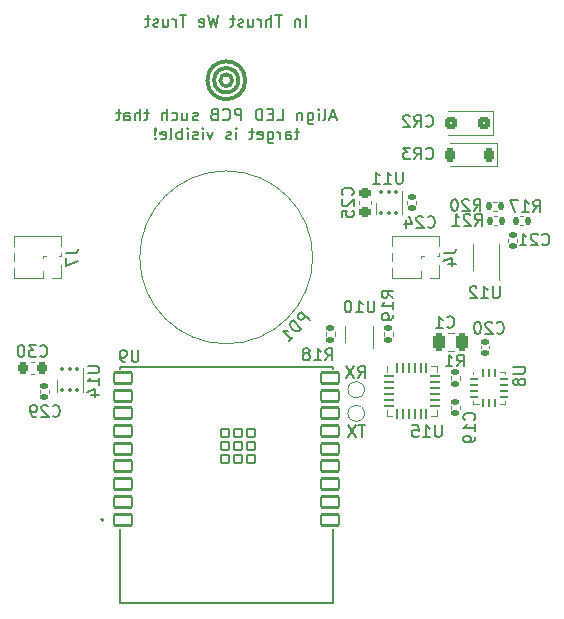
<source format=gbr>
%TF.GenerationSoftware,KiCad,Pcbnew,7.0.7*%
%TF.CreationDate,2024-03-08T01:12:17-05:00*%
%TF.ProjectId,ESP32Sensor-Sensor_board,45535033-3253-4656-9e73-6f722d53656e,rev?*%
%TF.SameCoordinates,Original*%
%TF.FileFunction,Legend,Bot*%
%TF.FilePolarity,Positive*%
%FSLAX46Y46*%
G04 Gerber Fmt 4.6, Leading zero omitted, Abs format (unit mm)*
G04 Created by KiCad (PCBNEW 7.0.7) date 2024-03-08 01:12:17*
%MOMM*%
%LPD*%
G01*
G04 APERTURE LIST*
G04 Aperture macros list*
%AMRoundRect*
0 Rectangle with rounded corners*
0 $1 Rounding radius*
0 $2 $3 $4 $5 $6 $7 $8 $9 X,Y pos of 4 corners*
0 Add a 4 corners polygon primitive as box body*
4,1,4,$2,$3,$4,$5,$6,$7,$8,$9,$2,$3,0*
0 Add four circle primitives for the rounded corners*
1,1,$1+$1,$2,$3*
1,1,$1+$1,$4,$5*
1,1,$1+$1,$6,$7*
1,1,$1+$1,$8,$9*
0 Add four rect primitives between the rounded corners*
20,1,$1+$1,$2,$3,$4,$5,0*
20,1,$1+$1,$4,$5,$6,$7,0*
20,1,$1+$1,$6,$7,$8,$9,0*
20,1,$1+$1,$8,$9,$2,$3,0*%
%AMHorizOval*
0 Thick line with rounded ends*
0 $1 width*
0 $2 $3 position (X,Y) of the first rounded end (center of the circle)*
0 $4 $5 position (X,Y) of the second rounded end (center of the circle)*
0 Add line between two ends*
20,1,$1,$2,$3,$4,$5,0*
0 Add two circle primitives to create the rounded ends*
1,1,$1,$2,$3*
1,1,$1,$4,$5*%
G04 Aperture macros list end*
%ADD10C,0.300000*%
%ADD11C,0.150000*%
%ADD12C,0.120000*%
%ADD13C,0.127000*%
%ADD14C,0.200000*%
%ADD15C,0.650000*%
%ADD16O,1.000000X2.100000*%
%ADD17O,1.000000X1.800000*%
%ADD18R,1.700000X1.700000*%
%ADD19O,1.700000X1.700000*%
%ADD20R,4.500000X2.000000*%
%ADD21O,4.000000X2.000000*%
%ADD22O,2.000000X4.200000*%
%ADD23RoundRect,0.250000X-0.250000X-0.475000X0.250000X-0.475000X0.250000X0.475000X-0.250000X0.475000X0*%
%ADD24RoundRect,0.250000X0.300000X0.300000X-0.300000X0.300000X-0.300000X-0.300000X0.300000X-0.300000X0*%
%ADD25RoundRect,0.135000X-0.185000X0.135000X-0.185000X-0.135000X0.185000X-0.135000X0.185000X0.135000X0*%
%ADD26R,0.400000X0.650000*%
%ADD27RoundRect,0.135000X-0.135000X-0.185000X0.135000X-0.185000X0.135000X0.185000X-0.135000X0.185000X0*%
%ADD28RoundRect,0.093750X-0.106250X0.093750X-0.106250X-0.093750X0.106250X-0.093750X0.106250X0.093750X0*%
%ADD29R,1.600000X1.000000*%
%ADD30C,1.000000*%
%ADD31RoundRect,0.135000X0.135000X0.185000X-0.135000X0.185000X-0.135000X-0.185000X0.135000X-0.185000X0*%
%ADD32RoundRect,0.140000X0.170000X-0.140000X0.170000X0.140000X-0.170000X0.140000X-0.170000X-0.140000X0*%
%ADD33RoundRect,0.062500X-0.062500X0.275000X-0.062500X-0.275000X0.062500X-0.275000X0.062500X0.275000X0*%
%ADD34RoundRect,0.062500X-0.275000X0.062500X-0.275000X-0.062500X0.275000X-0.062500X0.275000X0.062500X0*%
%ADD35R,1.450000X1.450000*%
%ADD36RoundRect,0.225000X0.225000X0.375000X-0.225000X0.375000X-0.225000X-0.375000X0.225000X-0.375000X0*%
%ADD37R,0.300000X0.800000*%
%ADD38RoundRect,0.225000X-0.250000X0.225000X-0.250000X-0.225000X0.250000X-0.225000X0.250000X0.225000X0*%
%ADD39RoundRect,0.140000X-0.170000X0.140000X-0.170000X-0.140000X0.170000X-0.140000X0.170000X0.140000X0*%
%ADD40RoundRect,0.102000X-0.750000X-0.450000X0.750000X-0.450000X0.750000X0.450000X-0.750000X0.450000X0*%
%ADD41RoundRect,0.102000X-0.350000X-0.350000X0.350000X-0.350000X0.350000X0.350000X-0.350000X0.350000X0*%
%ADD42R,1.000000X1.000000*%
%ADD43O,1.000000X1.000000*%
%ADD44RoundRect,0.062500X-0.062500X0.350000X-0.062500X-0.350000X0.062500X-0.350000X0.062500X0.350000X0*%
%ADD45RoundRect,0.062500X-0.350000X0.062500X-0.350000X-0.062500X0.350000X-0.062500X0.350000X0.062500X0*%
%ADD46R,2.600000X2.600000*%
%ADD47HorizOval,1.600000X0.176777X0.176777X-0.176777X-0.176777X0*%
%ADD48HorizOval,1.600000X0.000000X0.000000X0.000000X0.000000X0*%
%ADD49RoundRect,0.225000X0.225000X0.250000X-0.225000X0.250000X-0.225000X-0.250000X0.225000X-0.250000X0*%
G04 APERTURE END LIST*
D10*
X1030776Y15000000D02*
G75*
G03*
X1030776Y15000000I-1030776J0D01*
G01*
X1600000Y15000000D02*
G75*
G03*
X1600000Y15000000I-1600000J0D01*
G01*
X500000Y15000000D02*
G75*
G03*
X500000Y15000000I-500000J0D01*
G01*
D11*
X6714286Y19520180D02*
X6714286Y20520180D01*
X6238096Y20186847D02*
X6238096Y19520180D01*
X6238096Y20091609D02*
X6190477Y20139228D01*
X6190477Y20139228D02*
X6095239Y20186847D01*
X6095239Y20186847D02*
X5952382Y20186847D01*
X5952382Y20186847D02*
X5857144Y20139228D01*
X5857144Y20139228D02*
X5809525Y20043990D01*
X5809525Y20043990D02*
X5809525Y19520180D01*
X4714286Y20520180D02*
X4142858Y20520180D01*
X4428572Y19520180D02*
X4428572Y20520180D01*
X3809524Y19520180D02*
X3809524Y20520180D01*
X3380953Y19520180D02*
X3380953Y20043990D01*
X3380953Y20043990D02*
X3428572Y20139228D01*
X3428572Y20139228D02*
X3523810Y20186847D01*
X3523810Y20186847D02*
X3666667Y20186847D01*
X3666667Y20186847D02*
X3761905Y20139228D01*
X3761905Y20139228D02*
X3809524Y20091609D01*
X2904762Y19520180D02*
X2904762Y20186847D01*
X2904762Y19996371D02*
X2857143Y20091609D01*
X2857143Y20091609D02*
X2809524Y20139228D01*
X2809524Y20139228D02*
X2714286Y20186847D01*
X2714286Y20186847D02*
X2619048Y20186847D01*
X1857143Y20186847D02*
X1857143Y19520180D01*
X2285714Y20186847D02*
X2285714Y19663038D01*
X2285714Y19663038D02*
X2238095Y19567800D01*
X2238095Y19567800D02*
X2142857Y19520180D01*
X2142857Y19520180D02*
X2000000Y19520180D01*
X2000000Y19520180D02*
X1904762Y19567800D01*
X1904762Y19567800D02*
X1857143Y19615419D01*
X1428571Y19567800D02*
X1333333Y19520180D01*
X1333333Y19520180D02*
X1142857Y19520180D01*
X1142857Y19520180D02*
X1047619Y19567800D01*
X1047619Y19567800D02*
X1000000Y19663038D01*
X1000000Y19663038D02*
X1000000Y19710657D01*
X1000000Y19710657D02*
X1047619Y19805895D01*
X1047619Y19805895D02*
X1142857Y19853514D01*
X1142857Y19853514D02*
X1285714Y19853514D01*
X1285714Y19853514D02*
X1380952Y19901133D01*
X1380952Y19901133D02*
X1428571Y19996371D01*
X1428571Y19996371D02*
X1428571Y20043990D01*
X1428571Y20043990D02*
X1380952Y20139228D01*
X1380952Y20139228D02*
X1285714Y20186847D01*
X1285714Y20186847D02*
X1142857Y20186847D01*
X1142857Y20186847D02*
X1047619Y20139228D01*
X714285Y20186847D02*
X333333Y20186847D01*
X571428Y20520180D02*
X571428Y19663038D01*
X571428Y19663038D02*
X523809Y19567800D01*
X523809Y19567800D02*
X428571Y19520180D01*
X428571Y19520180D02*
X333333Y19520180D01*
X-666667Y20520180D02*
X-904762Y19520180D01*
X-904762Y19520180D02*
X-1095238Y20234466D01*
X-1095238Y20234466D02*
X-1285714Y19520180D01*
X-1285714Y19520180D02*
X-1523810Y20520180D01*
X-2285714Y19567800D02*
X-2190476Y19520180D01*
X-2190476Y19520180D02*
X-2000000Y19520180D01*
X-2000000Y19520180D02*
X-1904762Y19567800D01*
X-1904762Y19567800D02*
X-1857143Y19663038D01*
X-1857143Y19663038D02*
X-1857143Y20043990D01*
X-1857143Y20043990D02*
X-1904762Y20139228D01*
X-1904762Y20139228D02*
X-2000000Y20186847D01*
X-2000000Y20186847D02*
X-2190476Y20186847D01*
X-2190476Y20186847D02*
X-2285714Y20139228D01*
X-2285714Y20139228D02*
X-2333333Y20043990D01*
X-2333333Y20043990D02*
X-2333333Y19948752D01*
X-2333333Y19948752D02*
X-1857143Y19853514D01*
X-3380953Y20520180D02*
X-3952381Y20520180D01*
X-3666667Y19520180D02*
X-3666667Y20520180D01*
X-4285715Y19520180D02*
X-4285715Y20186847D01*
X-4285715Y19996371D02*
X-4333334Y20091609D01*
X-4333334Y20091609D02*
X-4380953Y20139228D01*
X-4380953Y20139228D02*
X-4476191Y20186847D01*
X-4476191Y20186847D02*
X-4571429Y20186847D01*
X-5333334Y20186847D02*
X-5333334Y19520180D01*
X-4904763Y20186847D02*
X-4904763Y19663038D01*
X-4904763Y19663038D02*
X-4952382Y19567800D01*
X-4952382Y19567800D02*
X-5047620Y19520180D01*
X-5047620Y19520180D02*
X-5190477Y19520180D01*
X-5190477Y19520180D02*
X-5285715Y19567800D01*
X-5285715Y19567800D02*
X-5333334Y19615419D01*
X-5761906Y19567800D02*
X-5857144Y19520180D01*
X-5857144Y19520180D02*
X-6047620Y19520180D01*
X-6047620Y19520180D02*
X-6142858Y19567800D01*
X-6142858Y19567800D02*
X-6190477Y19663038D01*
X-6190477Y19663038D02*
X-6190477Y19710657D01*
X-6190477Y19710657D02*
X-6142858Y19805895D01*
X-6142858Y19805895D02*
X-6047620Y19853514D01*
X-6047620Y19853514D02*
X-5904763Y19853514D01*
X-5904763Y19853514D02*
X-5809525Y19901133D01*
X-5809525Y19901133D02*
X-5761906Y19996371D01*
X-5761906Y19996371D02*
X-5761906Y20043990D01*
X-5761906Y20043990D02*
X-5809525Y20139228D01*
X-5809525Y20139228D02*
X-5904763Y20186847D01*
X-5904763Y20186847D02*
X-6047620Y20186847D01*
X-6047620Y20186847D02*
X-6142858Y20139228D01*
X-6476192Y20186847D02*
X-6857144Y20186847D01*
X-6619049Y20520180D02*
X-6619049Y19663038D01*
X-6619049Y19663038D02*
X-6666668Y19567800D01*
X-6666668Y19567800D02*
X-6761906Y19520180D01*
X-6761906Y19520180D02*
X-6857144Y19520180D01*
X9238096Y11885895D02*
X8761906Y11885895D01*
X9333334Y11600180D02*
X9000001Y12600180D01*
X9000001Y12600180D02*
X8666668Y11600180D01*
X8190477Y11600180D02*
X8285715Y11647800D01*
X8285715Y11647800D02*
X8333334Y11743038D01*
X8333334Y11743038D02*
X8333334Y12600180D01*
X7809524Y11600180D02*
X7809524Y12266847D01*
X7809524Y12600180D02*
X7857143Y12552561D01*
X7857143Y12552561D02*
X7809524Y12504942D01*
X7809524Y12504942D02*
X7761905Y12552561D01*
X7761905Y12552561D02*
X7809524Y12600180D01*
X7809524Y12600180D02*
X7809524Y12504942D01*
X6904763Y12266847D02*
X6904763Y11457323D01*
X6904763Y11457323D02*
X6952382Y11362085D01*
X6952382Y11362085D02*
X7000001Y11314466D01*
X7000001Y11314466D02*
X7095239Y11266847D01*
X7095239Y11266847D02*
X7238096Y11266847D01*
X7238096Y11266847D02*
X7333334Y11314466D01*
X6904763Y11647800D02*
X7000001Y11600180D01*
X7000001Y11600180D02*
X7190477Y11600180D01*
X7190477Y11600180D02*
X7285715Y11647800D01*
X7285715Y11647800D02*
X7333334Y11695419D01*
X7333334Y11695419D02*
X7380953Y11790657D01*
X7380953Y11790657D02*
X7380953Y12076371D01*
X7380953Y12076371D02*
X7333334Y12171609D01*
X7333334Y12171609D02*
X7285715Y12219228D01*
X7285715Y12219228D02*
X7190477Y12266847D01*
X7190477Y12266847D02*
X7000001Y12266847D01*
X7000001Y12266847D02*
X6904763Y12219228D01*
X6428572Y12266847D02*
X6428572Y11600180D01*
X6428572Y12171609D02*
X6380953Y12219228D01*
X6380953Y12219228D02*
X6285715Y12266847D01*
X6285715Y12266847D02*
X6142858Y12266847D01*
X6142858Y12266847D02*
X6047620Y12219228D01*
X6047620Y12219228D02*
X6000001Y12123990D01*
X6000001Y12123990D02*
X6000001Y11600180D01*
X4285715Y11600180D02*
X4761905Y11600180D01*
X4761905Y11600180D02*
X4761905Y12600180D01*
X3952381Y12123990D02*
X3619048Y12123990D01*
X3476191Y11600180D02*
X3952381Y11600180D01*
X3952381Y11600180D02*
X3952381Y12600180D01*
X3952381Y12600180D02*
X3476191Y12600180D01*
X3047619Y11600180D02*
X3047619Y12600180D01*
X3047619Y12600180D02*
X2809524Y12600180D01*
X2809524Y12600180D02*
X2666667Y12552561D01*
X2666667Y12552561D02*
X2571429Y12457323D01*
X2571429Y12457323D02*
X2523810Y12362085D01*
X2523810Y12362085D02*
X2476191Y12171609D01*
X2476191Y12171609D02*
X2476191Y12028752D01*
X2476191Y12028752D02*
X2523810Y11838276D01*
X2523810Y11838276D02*
X2571429Y11743038D01*
X2571429Y11743038D02*
X2666667Y11647800D01*
X2666667Y11647800D02*
X2809524Y11600180D01*
X2809524Y11600180D02*
X3047619Y11600180D01*
X1285714Y11600180D02*
X1285714Y12600180D01*
X1285714Y12600180D02*
X904762Y12600180D01*
X904762Y12600180D02*
X809524Y12552561D01*
X809524Y12552561D02*
X761905Y12504942D01*
X761905Y12504942D02*
X714286Y12409704D01*
X714286Y12409704D02*
X714286Y12266847D01*
X714286Y12266847D02*
X761905Y12171609D01*
X761905Y12171609D02*
X809524Y12123990D01*
X809524Y12123990D02*
X904762Y12076371D01*
X904762Y12076371D02*
X1285714Y12076371D01*
X-285713Y11695419D02*
X-238094Y11647800D01*
X-238094Y11647800D02*
X-95237Y11600180D01*
X-95237Y11600180D02*
X0Y11600180D01*
X0Y11600180D02*
X142857Y11647800D01*
X142857Y11647800D02*
X238095Y11743038D01*
X238095Y11743038D02*
X285714Y11838276D01*
X285714Y11838276D02*
X333333Y12028752D01*
X333333Y12028752D02*
X333333Y12171609D01*
X333333Y12171609D02*
X285714Y12362085D01*
X285714Y12362085D02*
X238095Y12457323D01*
X238095Y12457323D02*
X142857Y12552561D01*
X142857Y12552561D02*
X0Y12600180D01*
X0Y12600180D02*
X-95237Y12600180D01*
X-95237Y12600180D02*
X-238094Y12552561D01*
X-238094Y12552561D02*
X-285713Y12504942D01*
X-1047618Y12123990D02*
X-1190475Y12076371D01*
X-1190475Y12076371D02*
X-1238094Y12028752D01*
X-1238094Y12028752D02*
X-1285713Y11933514D01*
X-1285713Y11933514D02*
X-1285713Y11790657D01*
X-1285713Y11790657D02*
X-1238094Y11695419D01*
X-1238094Y11695419D02*
X-1190475Y11647800D01*
X-1190475Y11647800D02*
X-1095237Y11600180D01*
X-1095237Y11600180D02*
X-714285Y11600180D01*
X-714285Y11600180D02*
X-714285Y12600180D01*
X-714285Y12600180D02*
X-1047618Y12600180D01*
X-1047618Y12600180D02*
X-1142856Y12552561D01*
X-1142856Y12552561D02*
X-1190475Y12504942D01*
X-1190475Y12504942D02*
X-1238094Y12409704D01*
X-1238094Y12409704D02*
X-1238094Y12314466D01*
X-1238094Y12314466D02*
X-1190475Y12219228D01*
X-1190475Y12219228D02*
X-1142856Y12171609D01*
X-1142856Y12171609D02*
X-1047618Y12123990D01*
X-1047618Y12123990D02*
X-714285Y12123990D01*
X-2428571Y11647800D02*
X-2523809Y11600180D01*
X-2523809Y11600180D02*
X-2714285Y11600180D01*
X-2714285Y11600180D02*
X-2809523Y11647800D01*
X-2809523Y11647800D02*
X-2857142Y11743038D01*
X-2857142Y11743038D02*
X-2857142Y11790657D01*
X-2857142Y11790657D02*
X-2809523Y11885895D01*
X-2809523Y11885895D02*
X-2714285Y11933514D01*
X-2714285Y11933514D02*
X-2571428Y11933514D01*
X-2571428Y11933514D02*
X-2476190Y11981133D01*
X-2476190Y11981133D02*
X-2428571Y12076371D01*
X-2428571Y12076371D02*
X-2428571Y12123990D01*
X-2428571Y12123990D02*
X-2476190Y12219228D01*
X-2476190Y12219228D02*
X-2571428Y12266847D01*
X-2571428Y12266847D02*
X-2714285Y12266847D01*
X-2714285Y12266847D02*
X-2809523Y12219228D01*
X-3714285Y12266847D02*
X-3714285Y11600180D01*
X-3285714Y12266847D02*
X-3285714Y11743038D01*
X-3285714Y11743038D02*
X-3333333Y11647800D01*
X-3333333Y11647800D02*
X-3428571Y11600180D01*
X-3428571Y11600180D02*
X-3571428Y11600180D01*
X-3571428Y11600180D02*
X-3666666Y11647800D01*
X-3666666Y11647800D02*
X-3714285Y11695419D01*
X-4619047Y11647800D02*
X-4523809Y11600180D01*
X-4523809Y11600180D02*
X-4333333Y11600180D01*
X-4333333Y11600180D02*
X-4238095Y11647800D01*
X-4238095Y11647800D02*
X-4190476Y11695419D01*
X-4190476Y11695419D02*
X-4142857Y11790657D01*
X-4142857Y11790657D02*
X-4142857Y12076371D01*
X-4142857Y12076371D02*
X-4190476Y12171609D01*
X-4190476Y12171609D02*
X-4238095Y12219228D01*
X-4238095Y12219228D02*
X-4333333Y12266847D01*
X-4333333Y12266847D02*
X-4523809Y12266847D01*
X-4523809Y12266847D02*
X-4619047Y12219228D01*
X-5047619Y11600180D02*
X-5047619Y12600180D01*
X-5476190Y11600180D02*
X-5476190Y12123990D01*
X-5476190Y12123990D02*
X-5428571Y12219228D01*
X-5428571Y12219228D02*
X-5333333Y12266847D01*
X-5333333Y12266847D02*
X-5190476Y12266847D01*
X-5190476Y12266847D02*
X-5095238Y12219228D01*
X-5095238Y12219228D02*
X-5047619Y12171609D01*
X-6571429Y12266847D02*
X-6952381Y12266847D01*
X-6714286Y12600180D02*
X-6714286Y11743038D01*
X-6714286Y11743038D02*
X-6761905Y11647800D01*
X-6761905Y11647800D02*
X-6857143Y11600180D01*
X-6857143Y11600180D02*
X-6952381Y11600180D01*
X-7285715Y11600180D02*
X-7285715Y12600180D01*
X-7714286Y11600180D02*
X-7714286Y12123990D01*
X-7714286Y12123990D02*
X-7666667Y12219228D01*
X-7666667Y12219228D02*
X-7571429Y12266847D01*
X-7571429Y12266847D02*
X-7428572Y12266847D01*
X-7428572Y12266847D02*
X-7333334Y12219228D01*
X-7333334Y12219228D02*
X-7285715Y12171609D01*
X-8619048Y11600180D02*
X-8619048Y12123990D01*
X-8619048Y12123990D02*
X-8571429Y12219228D01*
X-8571429Y12219228D02*
X-8476191Y12266847D01*
X-8476191Y12266847D02*
X-8285715Y12266847D01*
X-8285715Y12266847D02*
X-8190477Y12219228D01*
X-8619048Y11647800D02*
X-8523810Y11600180D01*
X-8523810Y11600180D02*
X-8285715Y11600180D01*
X-8285715Y11600180D02*
X-8190477Y11647800D01*
X-8190477Y11647800D02*
X-8142858Y11743038D01*
X-8142858Y11743038D02*
X-8142858Y11838276D01*
X-8142858Y11838276D02*
X-8190477Y11933514D01*
X-8190477Y11933514D02*
X-8285715Y11981133D01*
X-8285715Y11981133D02*
X-8523810Y11981133D01*
X-8523810Y11981133D02*
X-8619048Y12028752D01*
X-8952382Y12266847D02*
X-9333334Y12266847D01*
X-9095239Y12600180D02*
X-9095239Y11743038D01*
X-9095239Y11743038D02*
X-9142858Y11647800D01*
X-9142858Y11647800D02*
X-9238096Y11600180D01*
X-9238096Y11600180D02*
X-9333334Y11600180D01*
X6166666Y10656847D02*
X5785714Y10656847D01*
X6023809Y10990180D02*
X6023809Y10133038D01*
X6023809Y10133038D02*
X5976190Y10037800D01*
X5976190Y10037800D02*
X5880952Y9990180D01*
X5880952Y9990180D02*
X5785714Y9990180D01*
X5023809Y9990180D02*
X5023809Y10513990D01*
X5023809Y10513990D02*
X5071428Y10609228D01*
X5071428Y10609228D02*
X5166666Y10656847D01*
X5166666Y10656847D02*
X5357142Y10656847D01*
X5357142Y10656847D02*
X5452380Y10609228D01*
X5023809Y10037800D02*
X5119047Y9990180D01*
X5119047Y9990180D02*
X5357142Y9990180D01*
X5357142Y9990180D02*
X5452380Y10037800D01*
X5452380Y10037800D02*
X5499999Y10133038D01*
X5499999Y10133038D02*
X5499999Y10228276D01*
X5499999Y10228276D02*
X5452380Y10323514D01*
X5452380Y10323514D02*
X5357142Y10371133D01*
X5357142Y10371133D02*
X5119047Y10371133D01*
X5119047Y10371133D02*
X5023809Y10418752D01*
X4547618Y9990180D02*
X4547618Y10656847D01*
X4547618Y10466371D02*
X4499999Y10561609D01*
X4499999Y10561609D02*
X4452380Y10609228D01*
X4452380Y10609228D02*
X4357142Y10656847D01*
X4357142Y10656847D02*
X4261904Y10656847D01*
X3499999Y10656847D02*
X3499999Y9847323D01*
X3499999Y9847323D02*
X3547618Y9752085D01*
X3547618Y9752085D02*
X3595237Y9704466D01*
X3595237Y9704466D02*
X3690475Y9656847D01*
X3690475Y9656847D02*
X3833332Y9656847D01*
X3833332Y9656847D02*
X3928570Y9704466D01*
X3499999Y10037800D02*
X3595237Y9990180D01*
X3595237Y9990180D02*
X3785713Y9990180D01*
X3785713Y9990180D02*
X3880951Y10037800D01*
X3880951Y10037800D02*
X3928570Y10085419D01*
X3928570Y10085419D02*
X3976189Y10180657D01*
X3976189Y10180657D02*
X3976189Y10466371D01*
X3976189Y10466371D02*
X3928570Y10561609D01*
X3928570Y10561609D02*
X3880951Y10609228D01*
X3880951Y10609228D02*
X3785713Y10656847D01*
X3785713Y10656847D02*
X3595237Y10656847D01*
X3595237Y10656847D02*
X3499999Y10609228D01*
X2642856Y10037800D02*
X2738094Y9990180D01*
X2738094Y9990180D02*
X2928570Y9990180D01*
X2928570Y9990180D02*
X3023808Y10037800D01*
X3023808Y10037800D02*
X3071427Y10133038D01*
X3071427Y10133038D02*
X3071427Y10513990D01*
X3071427Y10513990D02*
X3023808Y10609228D01*
X3023808Y10609228D02*
X2928570Y10656847D01*
X2928570Y10656847D02*
X2738094Y10656847D01*
X2738094Y10656847D02*
X2642856Y10609228D01*
X2642856Y10609228D02*
X2595237Y10513990D01*
X2595237Y10513990D02*
X2595237Y10418752D01*
X2595237Y10418752D02*
X3071427Y10323514D01*
X2309522Y10656847D02*
X1928570Y10656847D01*
X2166665Y10990180D02*
X2166665Y10133038D01*
X2166665Y10133038D02*
X2119046Y10037800D01*
X2119046Y10037800D02*
X2023808Y9990180D01*
X2023808Y9990180D02*
X1928570Y9990180D01*
X833331Y9990180D02*
X833331Y10656847D01*
X833331Y10990180D02*
X880950Y10942561D01*
X880950Y10942561D02*
X833331Y10894942D01*
X833331Y10894942D02*
X785712Y10942561D01*
X785712Y10942561D02*
X833331Y10990180D01*
X833331Y10990180D02*
X833331Y10894942D01*
X404760Y10037800D02*
X309522Y9990180D01*
X309522Y9990180D02*
X119046Y9990180D01*
X119046Y9990180D02*
X23808Y10037800D01*
X23808Y10037800D02*
X-23810Y10133038D01*
X-23810Y10133038D02*
X-23810Y10180657D01*
X-23810Y10180657D02*
X23808Y10275895D01*
X23808Y10275895D02*
X119046Y10323514D01*
X119046Y10323514D02*
X261903Y10323514D01*
X261903Y10323514D02*
X357141Y10371133D01*
X357141Y10371133D02*
X404760Y10466371D01*
X404760Y10466371D02*
X404760Y10513990D01*
X404760Y10513990D02*
X357141Y10609228D01*
X357141Y10609228D02*
X261903Y10656847D01*
X261903Y10656847D02*
X119046Y10656847D01*
X119046Y10656847D02*
X23808Y10609228D01*
X-1119049Y10656847D02*
X-1357144Y9990180D01*
X-1357144Y9990180D02*
X-1595239Y10656847D01*
X-1976192Y9990180D02*
X-1976192Y10656847D01*
X-1976192Y10990180D02*
X-1928573Y10942561D01*
X-1928573Y10942561D02*
X-1976192Y10894942D01*
X-1976192Y10894942D02*
X-2023811Y10942561D01*
X-2023811Y10942561D02*
X-1976192Y10990180D01*
X-1976192Y10990180D02*
X-1976192Y10894942D01*
X-2404763Y10037800D02*
X-2500001Y9990180D01*
X-2500001Y9990180D02*
X-2690477Y9990180D01*
X-2690477Y9990180D02*
X-2785715Y10037800D01*
X-2785715Y10037800D02*
X-2833334Y10133038D01*
X-2833334Y10133038D02*
X-2833334Y10180657D01*
X-2833334Y10180657D02*
X-2785715Y10275895D01*
X-2785715Y10275895D02*
X-2690477Y10323514D01*
X-2690477Y10323514D02*
X-2547620Y10323514D01*
X-2547620Y10323514D02*
X-2452382Y10371133D01*
X-2452382Y10371133D02*
X-2404763Y10466371D01*
X-2404763Y10466371D02*
X-2404763Y10513990D01*
X-2404763Y10513990D02*
X-2452382Y10609228D01*
X-2452382Y10609228D02*
X-2547620Y10656847D01*
X-2547620Y10656847D02*
X-2690477Y10656847D01*
X-2690477Y10656847D02*
X-2785715Y10609228D01*
X-3261906Y9990180D02*
X-3261906Y10656847D01*
X-3261906Y10990180D02*
X-3214287Y10942561D01*
X-3214287Y10942561D02*
X-3261906Y10894942D01*
X-3261906Y10894942D02*
X-3309525Y10942561D01*
X-3309525Y10942561D02*
X-3261906Y10990180D01*
X-3261906Y10990180D02*
X-3261906Y10894942D01*
X-3738096Y9990180D02*
X-3738096Y10990180D01*
X-3738096Y10609228D02*
X-3833334Y10656847D01*
X-3833334Y10656847D02*
X-4023810Y10656847D01*
X-4023810Y10656847D02*
X-4119048Y10609228D01*
X-4119048Y10609228D02*
X-4166667Y10561609D01*
X-4166667Y10561609D02*
X-4214286Y10466371D01*
X-4214286Y10466371D02*
X-4214286Y10180657D01*
X-4214286Y10180657D02*
X-4166667Y10085419D01*
X-4166667Y10085419D02*
X-4119048Y10037800D01*
X-4119048Y10037800D02*
X-4023810Y9990180D01*
X-4023810Y9990180D02*
X-3833334Y9990180D01*
X-3833334Y9990180D02*
X-3738096Y10037800D01*
X-4785715Y9990180D02*
X-4690477Y10037800D01*
X-4690477Y10037800D02*
X-4642858Y10133038D01*
X-4642858Y10133038D02*
X-4642858Y10990180D01*
X-5547620Y10037800D02*
X-5452382Y9990180D01*
X-5452382Y9990180D02*
X-5261906Y9990180D01*
X-5261906Y9990180D02*
X-5166668Y10037800D01*
X-5166668Y10037800D02*
X-5119049Y10133038D01*
X-5119049Y10133038D02*
X-5119049Y10513990D01*
X-5119049Y10513990D02*
X-5166668Y10609228D01*
X-5166668Y10609228D02*
X-5261906Y10656847D01*
X-5261906Y10656847D02*
X-5452382Y10656847D01*
X-5452382Y10656847D02*
X-5547620Y10609228D01*
X-5547620Y10609228D02*
X-5595239Y10513990D01*
X-5595239Y10513990D02*
X-5595239Y10418752D01*
X-5595239Y10418752D02*
X-5119049Y10323514D01*
X-6023811Y10085419D02*
X-6071430Y10037800D01*
X-6071430Y10037800D02*
X-6023811Y9990180D01*
X-6023811Y9990180D02*
X-5976192Y10037800D01*
X-5976192Y10037800D02*
X-6023811Y10085419D01*
X-6023811Y10085419D02*
X-6023811Y9990180D01*
X-6023811Y10371133D02*
X-5976192Y10942561D01*
X-5976192Y10942561D02*
X-6023811Y10990180D01*
X-6023811Y10990180D02*
X-6071430Y10942561D01*
X-6071430Y10942561D02*
X-6023811Y10371133D01*
X-6023811Y10371133D02*
X-6023811Y10990180D01*
X18691666Y-5884580D02*
X18739285Y-5932200D01*
X18739285Y-5932200D02*
X18882142Y-5979819D01*
X18882142Y-5979819D02*
X18977380Y-5979819D01*
X18977380Y-5979819D02*
X19120237Y-5932200D01*
X19120237Y-5932200D02*
X19215475Y-5836961D01*
X19215475Y-5836961D02*
X19263094Y-5741723D01*
X19263094Y-5741723D02*
X19310713Y-5551247D01*
X19310713Y-5551247D02*
X19310713Y-5408390D01*
X19310713Y-5408390D02*
X19263094Y-5217914D01*
X19263094Y-5217914D02*
X19215475Y-5122676D01*
X19215475Y-5122676D02*
X19120237Y-5027438D01*
X19120237Y-5027438D02*
X18977380Y-4979819D01*
X18977380Y-4979819D02*
X18882142Y-4979819D01*
X18882142Y-4979819D02*
X18739285Y-5027438D01*
X18739285Y-5027438D02*
X18691666Y-5075057D01*
X17739285Y-5979819D02*
X18310713Y-5979819D01*
X18024999Y-5979819D02*
X18024999Y-4979819D01*
X18024999Y-4979819D02*
X18120237Y-5122676D01*
X18120237Y-5122676D02*
X18215475Y-5217914D01*
X18215475Y-5217914D02*
X18310713Y-5265533D01*
X16916666Y11140419D02*
X16964285Y11092800D01*
X16964285Y11092800D02*
X17107142Y11045180D01*
X17107142Y11045180D02*
X17202380Y11045180D01*
X17202380Y11045180D02*
X17345237Y11092800D01*
X17345237Y11092800D02*
X17440475Y11188038D01*
X17440475Y11188038D02*
X17488094Y11283276D01*
X17488094Y11283276D02*
X17535713Y11473752D01*
X17535713Y11473752D02*
X17535713Y11616609D01*
X17535713Y11616609D02*
X17488094Y11807085D01*
X17488094Y11807085D02*
X17440475Y11902323D01*
X17440475Y11902323D02*
X17345237Y11997561D01*
X17345237Y11997561D02*
X17202380Y12045180D01*
X17202380Y12045180D02*
X17107142Y12045180D01*
X17107142Y12045180D02*
X16964285Y11997561D01*
X16964285Y11997561D02*
X16916666Y11949942D01*
X15916666Y11045180D02*
X16249999Y11521371D01*
X16488094Y11045180D02*
X16488094Y12045180D01*
X16488094Y12045180D02*
X16107142Y12045180D01*
X16107142Y12045180D02*
X16011904Y11997561D01*
X16011904Y11997561D02*
X15964285Y11949942D01*
X15964285Y11949942D02*
X15916666Y11854704D01*
X15916666Y11854704D02*
X15916666Y11711847D01*
X15916666Y11711847D02*
X15964285Y11616609D01*
X15964285Y11616609D02*
X16011904Y11568990D01*
X16011904Y11568990D02*
X16107142Y11521371D01*
X16107142Y11521371D02*
X16488094Y11521371D01*
X15535713Y11949942D02*
X15488094Y11997561D01*
X15488094Y11997561D02*
X15392856Y12045180D01*
X15392856Y12045180D02*
X15154761Y12045180D01*
X15154761Y12045180D02*
X15059523Y11997561D01*
X15059523Y11997561D02*
X15011904Y11949942D01*
X15011904Y11949942D02*
X14964285Y11854704D01*
X14964285Y11854704D02*
X14964285Y11759466D01*
X14964285Y11759466D02*
X15011904Y11616609D01*
X15011904Y11616609D02*
X15583332Y11045180D01*
X15583332Y11045180D02*
X14964285Y11045180D01*
X19516666Y-9229819D02*
X19849999Y-8753628D01*
X20088094Y-9229819D02*
X20088094Y-8229819D01*
X20088094Y-8229819D02*
X19707142Y-8229819D01*
X19707142Y-8229819D02*
X19611904Y-8277438D01*
X19611904Y-8277438D02*
X19564285Y-8325057D01*
X19564285Y-8325057D02*
X19516666Y-8420295D01*
X19516666Y-8420295D02*
X19516666Y-8563152D01*
X19516666Y-8563152D02*
X19564285Y-8658390D01*
X19564285Y-8658390D02*
X19611904Y-8706009D01*
X19611904Y-8706009D02*
X19707142Y-8753628D01*
X19707142Y-8753628D02*
X20088094Y-8753628D01*
X18564285Y-9229819D02*
X19135713Y-9229819D01*
X18849999Y-9229819D02*
X18849999Y-8229819D01*
X18849999Y-8229819D02*
X18945237Y-8372676D01*
X18945237Y-8372676D02*
X19040475Y-8467914D01*
X19040475Y-8467914D02*
X19135713Y-8515533D01*
X12538094Y-3654819D02*
X12538094Y-4464342D01*
X12538094Y-4464342D02*
X12490475Y-4559580D01*
X12490475Y-4559580D02*
X12442856Y-4607200D01*
X12442856Y-4607200D02*
X12347618Y-4654819D01*
X12347618Y-4654819D02*
X12157142Y-4654819D01*
X12157142Y-4654819D02*
X12061904Y-4607200D01*
X12061904Y-4607200D02*
X12014285Y-4559580D01*
X12014285Y-4559580D02*
X11966666Y-4464342D01*
X11966666Y-4464342D02*
X11966666Y-3654819D01*
X10966666Y-4654819D02*
X11538094Y-4654819D01*
X11252380Y-4654819D02*
X11252380Y-3654819D01*
X11252380Y-3654819D02*
X11347618Y-3797676D01*
X11347618Y-3797676D02*
X11442856Y-3892914D01*
X11442856Y-3892914D02*
X11538094Y-3940533D01*
X10347618Y-3654819D02*
X10252380Y-3654819D01*
X10252380Y-3654819D02*
X10157142Y-3702438D01*
X10157142Y-3702438D02*
X10109523Y-3750057D01*
X10109523Y-3750057D02*
X10061904Y-3845295D01*
X10061904Y-3845295D02*
X10014285Y-4035771D01*
X10014285Y-4035771D02*
X10014285Y-4273866D01*
X10014285Y-4273866D02*
X10061904Y-4464342D01*
X10061904Y-4464342D02*
X10109523Y-4559580D01*
X10109523Y-4559580D02*
X10157142Y-4607200D01*
X10157142Y-4607200D02*
X10252380Y-4654819D01*
X10252380Y-4654819D02*
X10347618Y-4654819D01*
X10347618Y-4654819D02*
X10442856Y-4607200D01*
X10442856Y-4607200D02*
X10490475Y-4559580D01*
X10490475Y-4559580D02*
X10538094Y-4464342D01*
X10538094Y-4464342D02*
X10585713Y-4273866D01*
X10585713Y-4273866D02*
X10585713Y-4035771D01*
X10585713Y-4035771D02*
X10538094Y-3845295D01*
X10538094Y-3845295D02*
X10490475Y-3750057D01*
X10490475Y-3750057D02*
X10442856Y-3702438D01*
X10442856Y-3702438D02*
X10347618Y-3654819D01*
X21042857Y2695180D02*
X21376190Y3171371D01*
X21614285Y2695180D02*
X21614285Y3695180D01*
X21614285Y3695180D02*
X21233333Y3695180D01*
X21233333Y3695180D02*
X21138095Y3647561D01*
X21138095Y3647561D02*
X21090476Y3599942D01*
X21090476Y3599942D02*
X21042857Y3504704D01*
X21042857Y3504704D02*
X21042857Y3361847D01*
X21042857Y3361847D02*
X21090476Y3266609D01*
X21090476Y3266609D02*
X21138095Y3218990D01*
X21138095Y3218990D02*
X21233333Y3171371D01*
X21233333Y3171371D02*
X21614285Y3171371D01*
X20661904Y3599942D02*
X20614285Y3647561D01*
X20614285Y3647561D02*
X20519047Y3695180D01*
X20519047Y3695180D02*
X20280952Y3695180D01*
X20280952Y3695180D02*
X20185714Y3647561D01*
X20185714Y3647561D02*
X20138095Y3599942D01*
X20138095Y3599942D02*
X20090476Y3504704D01*
X20090476Y3504704D02*
X20090476Y3409466D01*
X20090476Y3409466D02*
X20138095Y3266609D01*
X20138095Y3266609D02*
X20709523Y2695180D01*
X20709523Y2695180D02*
X20090476Y2695180D01*
X19138095Y2695180D02*
X19709523Y2695180D01*
X19423809Y2695180D02*
X19423809Y3695180D01*
X19423809Y3695180D02*
X19519047Y3552323D01*
X19519047Y3552323D02*
X19614285Y3457085D01*
X19614285Y3457085D02*
X19709523Y3409466D01*
X-11745180Y-9211905D02*
X-10935657Y-9211905D01*
X-10935657Y-9211905D02*
X-10840419Y-9259524D01*
X-10840419Y-9259524D02*
X-10792800Y-9307143D01*
X-10792800Y-9307143D02*
X-10745180Y-9402381D01*
X-10745180Y-9402381D02*
X-10745180Y-9592857D01*
X-10745180Y-9592857D02*
X-10792800Y-9688095D01*
X-10792800Y-9688095D02*
X-10840419Y-9735714D01*
X-10840419Y-9735714D02*
X-10935657Y-9783333D01*
X-10935657Y-9783333D02*
X-11745180Y-9783333D01*
X-10745180Y-10783333D02*
X-10745180Y-10211905D01*
X-10745180Y-10497619D02*
X-11745180Y-10497619D01*
X-11745180Y-10497619D02*
X-11602323Y-10402381D01*
X-11602323Y-10402381D02*
X-11507085Y-10307143D01*
X-11507085Y-10307143D02*
X-11459466Y-10211905D01*
X-11411847Y-11640476D02*
X-10745180Y-11640476D01*
X-11792800Y-11402381D02*
X-11078514Y-11164286D01*
X-11078514Y-11164286D02*
X-11078514Y-11783333D01*
X8392857Y-8704819D02*
X8726190Y-8228628D01*
X8964285Y-8704819D02*
X8964285Y-7704819D01*
X8964285Y-7704819D02*
X8583333Y-7704819D01*
X8583333Y-7704819D02*
X8488095Y-7752438D01*
X8488095Y-7752438D02*
X8440476Y-7800057D01*
X8440476Y-7800057D02*
X8392857Y-7895295D01*
X8392857Y-7895295D02*
X8392857Y-8038152D01*
X8392857Y-8038152D02*
X8440476Y-8133390D01*
X8440476Y-8133390D02*
X8488095Y-8181009D01*
X8488095Y-8181009D02*
X8583333Y-8228628D01*
X8583333Y-8228628D02*
X8964285Y-8228628D01*
X7440476Y-8704819D02*
X8011904Y-8704819D01*
X7726190Y-8704819D02*
X7726190Y-7704819D01*
X7726190Y-7704819D02*
X7821428Y-7847676D01*
X7821428Y-7847676D02*
X7916666Y-7942914D01*
X7916666Y-7942914D02*
X8011904Y-7990533D01*
X6869047Y-8133390D02*
X6964285Y-8085771D01*
X6964285Y-8085771D02*
X7011904Y-8038152D01*
X7011904Y-8038152D02*
X7059523Y-7942914D01*
X7059523Y-7942914D02*
X7059523Y-7895295D01*
X7059523Y-7895295D02*
X7011904Y-7800057D01*
X7011904Y-7800057D02*
X6964285Y-7752438D01*
X6964285Y-7752438D02*
X6869047Y-7704819D01*
X6869047Y-7704819D02*
X6678571Y-7704819D01*
X6678571Y-7704819D02*
X6583333Y-7752438D01*
X6583333Y-7752438D02*
X6535714Y-7800057D01*
X6535714Y-7800057D02*
X6488095Y-7895295D01*
X6488095Y-7895295D02*
X6488095Y-7942914D01*
X6488095Y-7942914D02*
X6535714Y-8038152D01*
X6535714Y-8038152D02*
X6583333Y-8085771D01*
X6583333Y-8085771D02*
X6678571Y-8133390D01*
X6678571Y-8133390D02*
X6869047Y-8133390D01*
X6869047Y-8133390D02*
X6964285Y-8181009D01*
X6964285Y-8181009D02*
X7011904Y-8228628D01*
X7011904Y-8228628D02*
X7059523Y-8323866D01*
X7059523Y-8323866D02*
X7059523Y-8514342D01*
X7059523Y-8514342D02*
X7011904Y-8609580D01*
X7011904Y-8609580D02*
X6964285Y-8657200D01*
X6964285Y-8657200D02*
X6869047Y-8704819D01*
X6869047Y-8704819D02*
X6678571Y-8704819D01*
X6678571Y-8704819D02*
X6583333Y-8657200D01*
X6583333Y-8657200D02*
X6535714Y-8609580D01*
X6535714Y-8609580D02*
X6488095Y-8514342D01*
X6488095Y-8514342D02*
X6488095Y-8323866D01*
X6488095Y-8323866D02*
X6535714Y-8228628D01*
X6535714Y-8228628D02*
X6583333Y-8181009D01*
X6583333Y-8181009D02*
X6678571Y-8133390D01*
X11166666Y-10204819D02*
X11499999Y-9728628D01*
X11738094Y-10204819D02*
X11738094Y-9204819D01*
X11738094Y-9204819D02*
X11357142Y-9204819D01*
X11357142Y-9204819D02*
X11261904Y-9252438D01*
X11261904Y-9252438D02*
X11214285Y-9300057D01*
X11214285Y-9300057D02*
X11166666Y-9395295D01*
X11166666Y-9395295D02*
X11166666Y-9538152D01*
X11166666Y-9538152D02*
X11214285Y-9633390D01*
X11214285Y-9633390D02*
X11261904Y-9681009D01*
X11261904Y-9681009D02*
X11357142Y-9728628D01*
X11357142Y-9728628D02*
X11738094Y-9728628D01*
X10833332Y-9204819D02*
X10166666Y-10204819D01*
X10166666Y-9204819D02*
X10833332Y-10204819D01*
X11761904Y-14204819D02*
X11190476Y-14204819D01*
X11476190Y-15204819D02*
X11476190Y-14204819D01*
X10952380Y-14204819D02*
X10285714Y-15204819D01*
X10285714Y-14204819D02*
X10952380Y-15204819D01*
X14938094Y7245180D02*
X14938094Y6435657D01*
X14938094Y6435657D02*
X14890475Y6340419D01*
X14890475Y6340419D02*
X14842856Y6292800D01*
X14842856Y6292800D02*
X14747618Y6245180D01*
X14747618Y6245180D02*
X14557142Y6245180D01*
X14557142Y6245180D02*
X14461904Y6292800D01*
X14461904Y6292800D02*
X14414285Y6340419D01*
X14414285Y6340419D02*
X14366666Y6435657D01*
X14366666Y6435657D02*
X14366666Y7245180D01*
X13366666Y6245180D02*
X13938094Y6245180D01*
X13652380Y6245180D02*
X13652380Y7245180D01*
X13652380Y7245180D02*
X13747618Y7102323D01*
X13747618Y7102323D02*
X13842856Y7007085D01*
X13842856Y7007085D02*
X13938094Y6959466D01*
X12414285Y6245180D02*
X12985713Y6245180D01*
X12699999Y6245180D02*
X12699999Y7245180D01*
X12699999Y7245180D02*
X12795237Y7102323D01*
X12795237Y7102323D02*
X12890475Y7007085D01*
X12890475Y7007085D02*
X12985713Y6959466D01*
X25992857Y3845180D02*
X26326190Y4321371D01*
X26564285Y3845180D02*
X26564285Y4845180D01*
X26564285Y4845180D02*
X26183333Y4845180D01*
X26183333Y4845180D02*
X26088095Y4797561D01*
X26088095Y4797561D02*
X26040476Y4749942D01*
X26040476Y4749942D02*
X25992857Y4654704D01*
X25992857Y4654704D02*
X25992857Y4511847D01*
X25992857Y4511847D02*
X26040476Y4416609D01*
X26040476Y4416609D02*
X26088095Y4368990D01*
X26088095Y4368990D02*
X26183333Y4321371D01*
X26183333Y4321371D02*
X26564285Y4321371D01*
X25040476Y3845180D02*
X25611904Y3845180D01*
X25326190Y3845180D02*
X25326190Y4845180D01*
X25326190Y4845180D02*
X25421428Y4702323D01*
X25421428Y4702323D02*
X25516666Y4607085D01*
X25516666Y4607085D02*
X25611904Y4559466D01*
X24707142Y4845180D02*
X24040476Y4845180D01*
X24040476Y4845180D02*
X24469047Y3845180D01*
X-14707142Y-13409580D02*
X-14659523Y-13457200D01*
X-14659523Y-13457200D02*
X-14516666Y-13504819D01*
X-14516666Y-13504819D02*
X-14421428Y-13504819D01*
X-14421428Y-13504819D02*
X-14278571Y-13457200D01*
X-14278571Y-13457200D02*
X-14183333Y-13361961D01*
X-14183333Y-13361961D02*
X-14135714Y-13266723D01*
X-14135714Y-13266723D02*
X-14088095Y-13076247D01*
X-14088095Y-13076247D02*
X-14088095Y-12933390D01*
X-14088095Y-12933390D02*
X-14135714Y-12742914D01*
X-14135714Y-12742914D02*
X-14183333Y-12647676D01*
X-14183333Y-12647676D02*
X-14278571Y-12552438D01*
X-14278571Y-12552438D02*
X-14421428Y-12504819D01*
X-14421428Y-12504819D02*
X-14516666Y-12504819D01*
X-14516666Y-12504819D02*
X-14659523Y-12552438D01*
X-14659523Y-12552438D02*
X-14707142Y-12600057D01*
X-15088095Y-12600057D02*
X-15135714Y-12552438D01*
X-15135714Y-12552438D02*
X-15230952Y-12504819D01*
X-15230952Y-12504819D02*
X-15469047Y-12504819D01*
X-15469047Y-12504819D02*
X-15564285Y-12552438D01*
X-15564285Y-12552438D02*
X-15611904Y-12600057D01*
X-15611904Y-12600057D02*
X-15659523Y-12695295D01*
X-15659523Y-12695295D02*
X-15659523Y-12790533D01*
X-15659523Y-12790533D02*
X-15611904Y-12933390D01*
X-15611904Y-12933390D02*
X-15040476Y-13504819D01*
X-15040476Y-13504819D02*
X-15659523Y-13504819D01*
X-16135714Y-13504819D02*
X-16326190Y-13504819D01*
X-16326190Y-13504819D02*
X-16421428Y-13457200D01*
X-16421428Y-13457200D02*
X-16469047Y-13409580D01*
X-16469047Y-13409580D02*
X-16564285Y-13266723D01*
X-16564285Y-13266723D02*
X-16611904Y-13076247D01*
X-16611904Y-13076247D02*
X-16611904Y-12695295D01*
X-16611904Y-12695295D02*
X-16564285Y-12600057D01*
X-16564285Y-12600057D02*
X-16516666Y-12552438D01*
X-16516666Y-12552438D02*
X-16421428Y-12504819D01*
X-16421428Y-12504819D02*
X-16230952Y-12504819D01*
X-16230952Y-12504819D02*
X-16135714Y-12552438D01*
X-16135714Y-12552438D02*
X-16088095Y-12600057D01*
X-16088095Y-12600057D02*
X-16040476Y-12695295D01*
X-16040476Y-12695295D02*
X-16040476Y-12933390D01*
X-16040476Y-12933390D02*
X-16088095Y-13028628D01*
X-16088095Y-13028628D02*
X-16135714Y-13076247D01*
X-16135714Y-13076247D02*
X-16230952Y-13123866D01*
X-16230952Y-13123866D02*
X-16421428Y-13123866D01*
X-16421428Y-13123866D02*
X-16516666Y-13076247D01*
X-16516666Y-13076247D02*
X-16564285Y-13028628D01*
X-16564285Y-13028628D02*
X-16611904Y-12933390D01*
X24313689Y-9265595D02*
X25123212Y-9265595D01*
X25123212Y-9265595D02*
X25218450Y-9313214D01*
X25218450Y-9313214D02*
X25266070Y-9360833D01*
X25266070Y-9360833D02*
X25313689Y-9456071D01*
X25313689Y-9456071D02*
X25313689Y-9646547D01*
X25313689Y-9646547D02*
X25266070Y-9741785D01*
X25266070Y-9741785D02*
X25218450Y-9789404D01*
X25218450Y-9789404D02*
X25123212Y-9837023D01*
X25123212Y-9837023D02*
X24313689Y-9837023D01*
X24742260Y-10456071D02*
X24694641Y-10360833D01*
X24694641Y-10360833D02*
X24647022Y-10313214D01*
X24647022Y-10313214D02*
X24551784Y-10265595D01*
X24551784Y-10265595D02*
X24504165Y-10265595D01*
X24504165Y-10265595D02*
X24408927Y-10313214D01*
X24408927Y-10313214D02*
X24361308Y-10360833D01*
X24361308Y-10360833D02*
X24313689Y-10456071D01*
X24313689Y-10456071D02*
X24313689Y-10646547D01*
X24313689Y-10646547D02*
X24361308Y-10741785D01*
X24361308Y-10741785D02*
X24408927Y-10789404D01*
X24408927Y-10789404D02*
X24504165Y-10837023D01*
X24504165Y-10837023D02*
X24551784Y-10837023D01*
X24551784Y-10837023D02*
X24647022Y-10789404D01*
X24647022Y-10789404D02*
X24694641Y-10741785D01*
X24694641Y-10741785D02*
X24742260Y-10646547D01*
X24742260Y-10646547D02*
X24742260Y-10456071D01*
X24742260Y-10456071D02*
X24789879Y-10360833D01*
X24789879Y-10360833D02*
X24837498Y-10313214D01*
X24837498Y-10313214D02*
X24932736Y-10265595D01*
X24932736Y-10265595D02*
X25123212Y-10265595D01*
X25123212Y-10265595D02*
X25218450Y-10313214D01*
X25218450Y-10313214D02*
X25266070Y-10360833D01*
X25266070Y-10360833D02*
X25313689Y-10456071D01*
X25313689Y-10456071D02*
X25313689Y-10646547D01*
X25313689Y-10646547D02*
X25266070Y-10741785D01*
X25266070Y-10741785D02*
X25218450Y-10789404D01*
X25218450Y-10789404D02*
X25123212Y-10837023D01*
X25123212Y-10837023D02*
X24932736Y-10837023D01*
X24932736Y-10837023D02*
X24837498Y-10789404D01*
X24837498Y-10789404D02*
X24789879Y-10741785D01*
X24789879Y-10741785D02*
X24742260Y-10646547D01*
X16916666Y8390419D02*
X16964285Y8342800D01*
X16964285Y8342800D02*
X17107142Y8295180D01*
X17107142Y8295180D02*
X17202380Y8295180D01*
X17202380Y8295180D02*
X17345237Y8342800D01*
X17345237Y8342800D02*
X17440475Y8438038D01*
X17440475Y8438038D02*
X17488094Y8533276D01*
X17488094Y8533276D02*
X17535713Y8723752D01*
X17535713Y8723752D02*
X17535713Y8866609D01*
X17535713Y8866609D02*
X17488094Y9057085D01*
X17488094Y9057085D02*
X17440475Y9152323D01*
X17440475Y9152323D02*
X17345237Y9247561D01*
X17345237Y9247561D02*
X17202380Y9295180D01*
X17202380Y9295180D02*
X17107142Y9295180D01*
X17107142Y9295180D02*
X16964285Y9247561D01*
X16964285Y9247561D02*
X16916666Y9199942D01*
X15916666Y8295180D02*
X16249999Y8771371D01*
X16488094Y8295180D02*
X16488094Y9295180D01*
X16488094Y9295180D02*
X16107142Y9295180D01*
X16107142Y9295180D02*
X16011904Y9247561D01*
X16011904Y9247561D02*
X15964285Y9199942D01*
X15964285Y9199942D02*
X15916666Y9104704D01*
X15916666Y9104704D02*
X15916666Y8961847D01*
X15916666Y8961847D02*
X15964285Y8866609D01*
X15964285Y8866609D02*
X16011904Y8818990D01*
X16011904Y8818990D02*
X16107142Y8771371D01*
X16107142Y8771371D02*
X16488094Y8771371D01*
X15583332Y9295180D02*
X14964285Y9295180D01*
X14964285Y9295180D02*
X15297618Y8914228D01*
X15297618Y8914228D02*
X15154761Y8914228D01*
X15154761Y8914228D02*
X15059523Y8866609D01*
X15059523Y8866609D02*
X15011904Y8818990D01*
X15011904Y8818990D02*
X14964285Y8723752D01*
X14964285Y8723752D02*
X14964285Y8485657D01*
X14964285Y8485657D02*
X15011904Y8390419D01*
X15011904Y8390419D02*
X15059523Y8342800D01*
X15059523Y8342800D02*
X15154761Y8295180D01*
X15154761Y8295180D02*
X15440475Y8295180D01*
X15440475Y8295180D02*
X15535713Y8342800D01*
X15535713Y8342800D02*
X15583332Y8390419D01*
X23138094Y-2454819D02*
X23138094Y-3264342D01*
X23138094Y-3264342D02*
X23090475Y-3359580D01*
X23090475Y-3359580D02*
X23042856Y-3407200D01*
X23042856Y-3407200D02*
X22947618Y-3454819D01*
X22947618Y-3454819D02*
X22757142Y-3454819D01*
X22757142Y-3454819D02*
X22661904Y-3407200D01*
X22661904Y-3407200D02*
X22614285Y-3359580D01*
X22614285Y-3359580D02*
X22566666Y-3264342D01*
X22566666Y-3264342D02*
X22566666Y-2454819D01*
X21566666Y-3454819D02*
X22138094Y-3454819D01*
X21852380Y-3454819D02*
X21852380Y-2454819D01*
X21852380Y-2454819D02*
X21947618Y-2597676D01*
X21947618Y-2597676D02*
X22042856Y-2692914D01*
X22042856Y-2692914D02*
X22138094Y-2740533D01*
X21185713Y-2550057D02*
X21138094Y-2502438D01*
X21138094Y-2502438D02*
X21042856Y-2454819D01*
X21042856Y-2454819D02*
X20804761Y-2454819D01*
X20804761Y-2454819D02*
X20709523Y-2502438D01*
X20709523Y-2502438D02*
X20661904Y-2550057D01*
X20661904Y-2550057D02*
X20614285Y-2645295D01*
X20614285Y-2645295D02*
X20614285Y-2740533D01*
X20614285Y-2740533D02*
X20661904Y-2883390D01*
X20661904Y-2883390D02*
X21233332Y-3454819D01*
X21233332Y-3454819D02*
X20614285Y-3454819D01*
X10679580Y5292857D02*
X10727200Y5340476D01*
X10727200Y5340476D02*
X10774819Y5483333D01*
X10774819Y5483333D02*
X10774819Y5578571D01*
X10774819Y5578571D02*
X10727200Y5721428D01*
X10727200Y5721428D02*
X10631961Y5816666D01*
X10631961Y5816666D02*
X10536723Y5864285D01*
X10536723Y5864285D02*
X10346247Y5911904D01*
X10346247Y5911904D02*
X10203390Y5911904D01*
X10203390Y5911904D02*
X10012914Y5864285D01*
X10012914Y5864285D02*
X9917676Y5816666D01*
X9917676Y5816666D02*
X9822438Y5721428D01*
X9822438Y5721428D02*
X9774819Y5578571D01*
X9774819Y5578571D02*
X9774819Y5483333D01*
X9774819Y5483333D02*
X9822438Y5340476D01*
X9822438Y5340476D02*
X9870057Y5292857D01*
X9870057Y4911904D02*
X9822438Y4864285D01*
X9822438Y4864285D02*
X9774819Y4769047D01*
X9774819Y4769047D02*
X9774819Y4530952D01*
X9774819Y4530952D02*
X9822438Y4435714D01*
X9822438Y4435714D02*
X9870057Y4388095D01*
X9870057Y4388095D02*
X9965295Y4340476D01*
X9965295Y4340476D02*
X10060533Y4340476D01*
X10060533Y4340476D02*
X10203390Y4388095D01*
X10203390Y4388095D02*
X10774819Y4959523D01*
X10774819Y4959523D02*
X10774819Y4340476D01*
X9774819Y3435714D02*
X9774819Y3911904D01*
X9774819Y3911904D02*
X10251009Y3959523D01*
X10251009Y3959523D02*
X10203390Y3911904D01*
X10203390Y3911904D02*
X10155771Y3816666D01*
X10155771Y3816666D02*
X10155771Y3578571D01*
X10155771Y3578571D02*
X10203390Y3483333D01*
X10203390Y3483333D02*
X10251009Y3435714D01*
X10251009Y3435714D02*
X10346247Y3388095D01*
X10346247Y3388095D02*
X10584342Y3388095D01*
X10584342Y3388095D02*
X10679580Y3435714D01*
X10679580Y3435714D02*
X10727200Y3483333D01*
X10727200Y3483333D02*
X10774819Y3578571D01*
X10774819Y3578571D02*
X10774819Y3816666D01*
X10774819Y3816666D02*
X10727200Y3911904D01*
X10727200Y3911904D02*
X10679580Y3959523D01*
X22892857Y-6359580D02*
X22940476Y-6407200D01*
X22940476Y-6407200D02*
X23083333Y-6454819D01*
X23083333Y-6454819D02*
X23178571Y-6454819D01*
X23178571Y-6454819D02*
X23321428Y-6407200D01*
X23321428Y-6407200D02*
X23416666Y-6311961D01*
X23416666Y-6311961D02*
X23464285Y-6216723D01*
X23464285Y-6216723D02*
X23511904Y-6026247D01*
X23511904Y-6026247D02*
X23511904Y-5883390D01*
X23511904Y-5883390D02*
X23464285Y-5692914D01*
X23464285Y-5692914D02*
X23416666Y-5597676D01*
X23416666Y-5597676D02*
X23321428Y-5502438D01*
X23321428Y-5502438D02*
X23178571Y-5454819D01*
X23178571Y-5454819D02*
X23083333Y-5454819D01*
X23083333Y-5454819D02*
X22940476Y-5502438D01*
X22940476Y-5502438D02*
X22892857Y-5550057D01*
X22511904Y-5550057D02*
X22464285Y-5502438D01*
X22464285Y-5502438D02*
X22369047Y-5454819D01*
X22369047Y-5454819D02*
X22130952Y-5454819D01*
X22130952Y-5454819D02*
X22035714Y-5502438D01*
X22035714Y-5502438D02*
X21988095Y-5550057D01*
X21988095Y-5550057D02*
X21940476Y-5645295D01*
X21940476Y-5645295D02*
X21940476Y-5740533D01*
X21940476Y-5740533D02*
X21988095Y-5883390D01*
X21988095Y-5883390D02*
X22559523Y-6454819D01*
X22559523Y-6454819D02*
X21940476Y-6454819D01*
X21321428Y-5454819D02*
X21226190Y-5454819D01*
X21226190Y-5454819D02*
X21130952Y-5502438D01*
X21130952Y-5502438D02*
X21083333Y-5550057D01*
X21083333Y-5550057D02*
X21035714Y-5645295D01*
X21035714Y-5645295D02*
X20988095Y-5835771D01*
X20988095Y-5835771D02*
X20988095Y-6073866D01*
X20988095Y-6073866D02*
X21035714Y-6264342D01*
X21035714Y-6264342D02*
X21083333Y-6359580D01*
X21083333Y-6359580D02*
X21130952Y-6407200D01*
X21130952Y-6407200D02*
X21226190Y-6454819D01*
X21226190Y-6454819D02*
X21321428Y-6454819D01*
X21321428Y-6454819D02*
X21416666Y-6407200D01*
X21416666Y-6407200D02*
X21464285Y-6359580D01*
X21464285Y-6359580D02*
X21511904Y-6264342D01*
X21511904Y-6264342D02*
X21559523Y-6073866D01*
X21559523Y-6073866D02*
X21559523Y-5835771D01*
X21559523Y-5835771D02*
X21511904Y-5645295D01*
X21511904Y-5645295D02*
X21464285Y-5550057D01*
X21464285Y-5550057D02*
X21416666Y-5502438D01*
X21416666Y-5502438D02*
X21321428Y-5454819D01*
X14154819Y-3407142D02*
X13678628Y-3073809D01*
X14154819Y-2835714D02*
X13154819Y-2835714D01*
X13154819Y-2835714D02*
X13154819Y-3216666D01*
X13154819Y-3216666D02*
X13202438Y-3311904D01*
X13202438Y-3311904D02*
X13250057Y-3359523D01*
X13250057Y-3359523D02*
X13345295Y-3407142D01*
X13345295Y-3407142D02*
X13488152Y-3407142D01*
X13488152Y-3407142D02*
X13583390Y-3359523D01*
X13583390Y-3359523D02*
X13631009Y-3311904D01*
X13631009Y-3311904D02*
X13678628Y-3216666D01*
X13678628Y-3216666D02*
X13678628Y-2835714D01*
X14154819Y-4359523D02*
X14154819Y-3788095D01*
X14154819Y-4073809D02*
X13154819Y-4073809D01*
X13154819Y-4073809D02*
X13297676Y-3978571D01*
X13297676Y-3978571D02*
X13392914Y-3883333D01*
X13392914Y-3883333D02*
X13440533Y-3788095D01*
X14154819Y-4835714D02*
X14154819Y-5026190D01*
X14154819Y-5026190D02*
X14107200Y-5121428D01*
X14107200Y-5121428D02*
X14059580Y-5169047D01*
X14059580Y-5169047D02*
X13916723Y-5264285D01*
X13916723Y-5264285D02*
X13726247Y-5311904D01*
X13726247Y-5311904D02*
X13345295Y-5311904D01*
X13345295Y-5311904D02*
X13250057Y-5264285D01*
X13250057Y-5264285D02*
X13202438Y-5216666D01*
X13202438Y-5216666D02*
X13154819Y-5121428D01*
X13154819Y-5121428D02*
X13154819Y-4930952D01*
X13154819Y-4930952D02*
X13202438Y-4835714D01*
X13202438Y-4835714D02*
X13250057Y-4788095D01*
X13250057Y-4788095D02*
X13345295Y-4740476D01*
X13345295Y-4740476D02*
X13583390Y-4740476D01*
X13583390Y-4740476D02*
X13678628Y-4788095D01*
X13678628Y-4788095D02*
X13726247Y-4835714D01*
X13726247Y-4835714D02*
X13773866Y-4930952D01*
X13773866Y-4930952D02*
X13773866Y-5121428D01*
X13773866Y-5121428D02*
X13726247Y-5216666D01*
X13726247Y-5216666D02*
X13678628Y-5264285D01*
X13678628Y-5264285D02*
X13583390Y-5311904D01*
X-7438095Y-7854819D02*
X-7438095Y-8664342D01*
X-7438095Y-8664342D02*
X-7485714Y-8759580D01*
X-7485714Y-8759580D02*
X-7533333Y-8807200D01*
X-7533333Y-8807200D02*
X-7628571Y-8854819D01*
X-7628571Y-8854819D02*
X-7819047Y-8854819D01*
X-7819047Y-8854819D02*
X-7914285Y-8807200D01*
X-7914285Y-8807200D02*
X-7961904Y-8759580D01*
X-7961904Y-8759580D02*
X-8009523Y-8664342D01*
X-8009523Y-8664342D02*
X-8009523Y-7854819D01*
X-8533333Y-8854819D02*
X-8723809Y-8854819D01*
X-8723809Y-8854819D02*
X-8819047Y-8807200D01*
X-8819047Y-8807200D02*
X-8866666Y-8759580D01*
X-8866666Y-8759580D02*
X-8961904Y-8616723D01*
X-8961904Y-8616723D02*
X-9009523Y-8426247D01*
X-9009523Y-8426247D02*
X-9009523Y-8045295D01*
X-9009523Y-8045295D02*
X-8961904Y-7950057D01*
X-8961904Y-7950057D02*
X-8914285Y-7902438D01*
X-8914285Y-7902438D02*
X-8819047Y-7854819D01*
X-8819047Y-7854819D02*
X-8628571Y-7854819D01*
X-8628571Y-7854819D02*
X-8533333Y-7902438D01*
X-8533333Y-7902438D02*
X-8485714Y-7950057D01*
X-8485714Y-7950057D02*
X-8438095Y-8045295D01*
X-8438095Y-8045295D02*
X-8438095Y-8283390D01*
X-8438095Y-8283390D02*
X-8485714Y-8378628D01*
X-8485714Y-8378628D02*
X-8533333Y-8426247D01*
X-8533333Y-8426247D02*
X-8628571Y-8473866D01*
X-8628571Y-8473866D02*
X-8819047Y-8473866D01*
X-8819047Y-8473866D02*
X-8914285Y-8426247D01*
X-8914285Y-8426247D02*
X-8961904Y-8378628D01*
X-8961904Y-8378628D02*
X-9009523Y-8283390D01*
X18424819Y343333D02*
X19139104Y343333D01*
X19139104Y343333D02*
X19281961Y390952D01*
X19281961Y390952D02*
X19377200Y486190D01*
X19377200Y486190D02*
X19424819Y629047D01*
X19424819Y629047D02*
X19424819Y724285D01*
X18758152Y-561428D02*
X19424819Y-561428D01*
X18377200Y-323333D02*
X19091485Y-85238D01*
X19091485Y-85238D02*
X19091485Y-704285D01*
X26742857Y1115419D02*
X26790476Y1067800D01*
X26790476Y1067800D02*
X26933333Y1020180D01*
X26933333Y1020180D02*
X27028571Y1020180D01*
X27028571Y1020180D02*
X27171428Y1067800D01*
X27171428Y1067800D02*
X27266666Y1163038D01*
X27266666Y1163038D02*
X27314285Y1258276D01*
X27314285Y1258276D02*
X27361904Y1448752D01*
X27361904Y1448752D02*
X27361904Y1591609D01*
X27361904Y1591609D02*
X27314285Y1782085D01*
X27314285Y1782085D02*
X27266666Y1877323D01*
X27266666Y1877323D02*
X27171428Y1972561D01*
X27171428Y1972561D02*
X27028571Y2020180D01*
X27028571Y2020180D02*
X26933333Y2020180D01*
X26933333Y2020180D02*
X26790476Y1972561D01*
X26790476Y1972561D02*
X26742857Y1924942D01*
X26361904Y1924942D02*
X26314285Y1972561D01*
X26314285Y1972561D02*
X26219047Y2020180D01*
X26219047Y2020180D02*
X25980952Y2020180D01*
X25980952Y2020180D02*
X25885714Y1972561D01*
X25885714Y1972561D02*
X25838095Y1924942D01*
X25838095Y1924942D02*
X25790476Y1829704D01*
X25790476Y1829704D02*
X25790476Y1734466D01*
X25790476Y1734466D02*
X25838095Y1591609D01*
X25838095Y1591609D02*
X26409523Y1020180D01*
X26409523Y1020180D02*
X25790476Y1020180D01*
X24838095Y1020180D02*
X25409523Y1020180D01*
X25123809Y1020180D02*
X25123809Y2020180D01*
X25123809Y2020180D02*
X25219047Y1877323D01*
X25219047Y1877323D02*
X25314285Y1782085D01*
X25314285Y1782085D02*
X25409523Y1734466D01*
X17042857Y2590419D02*
X17090476Y2542800D01*
X17090476Y2542800D02*
X17233333Y2495180D01*
X17233333Y2495180D02*
X17328571Y2495180D01*
X17328571Y2495180D02*
X17471428Y2542800D01*
X17471428Y2542800D02*
X17566666Y2638038D01*
X17566666Y2638038D02*
X17614285Y2733276D01*
X17614285Y2733276D02*
X17661904Y2923752D01*
X17661904Y2923752D02*
X17661904Y3066609D01*
X17661904Y3066609D02*
X17614285Y3257085D01*
X17614285Y3257085D02*
X17566666Y3352323D01*
X17566666Y3352323D02*
X17471428Y3447561D01*
X17471428Y3447561D02*
X17328571Y3495180D01*
X17328571Y3495180D02*
X17233333Y3495180D01*
X17233333Y3495180D02*
X17090476Y3447561D01*
X17090476Y3447561D02*
X17042857Y3399942D01*
X16661904Y3399942D02*
X16614285Y3447561D01*
X16614285Y3447561D02*
X16519047Y3495180D01*
X16519047Y3495180D02*
X16280952Y3495180D01*
X16280952Y3495180D02*
X16185714Y3447561D01*
X16185714Y3447561D02*
X16138095Y3399942D01*
X16138095Y3399942D02*
X16090476Y3304704D01*
X16090476Y3304704D02*
X16090476Y3209466D01*
X16090476Y3209466D02*
X16138095Y3066609D01*
X16138095Y3066609D02*
X16709523Y2495180D01*
X16709523Y2495180D02*
X16090476Y2495180D01*
X15233333Y3161847D02*
X15233333Y2495180D01*
X15471428Y3542800D02*
X15709523Y2828514D01*
X15709523Y2828514D02*
X15090476Y2828514D01*
X-13575180Y343333D02*
X-12860895Y343333D01*
X-12860895Y343333D02*
X-12718038Y390952D01*
X-12718038Y390952D02*
X-12622800Y486190D01*
X-12622800Y486190D02*
X-12575180Y629047D01*
X-12575180Y629047D02*
X-12575180Y724285D01*
X-13575180Y-37619D02*
X-13575180Y-704285D01*
X-13575180Y-704285D02*
X-12575180Y-275714D01*
X20987080Y-13757142D02*
X21034700Y-13709523D01*
X21034700Y-13709523D02*
X21082319Y-13566666D01*
X21082319Y-13566666D02*
X21082319Y-13471428D01*
X21082319Y-13471428D02*
X21034700Y-13328571D01*
X21034700Y-13328571D02*
X20939461Y-13233333D01*
X20939461Y-13233333D02*
X20844223Y-13185714D01*
X20844223Y-13185714D02*
X20653747Y-13138095D01*
X20653747Y-13138095D02*
X20510890Y-13138095D01*
X20510890Y-13138095D02*
X20320414Y-13185714D01*
X20320414Y-13185714D02*
X20225176Y-13233333D01*
X20225176Y-13233333D02*
X20129938Y-13328571D01*
X20129938Y-13328571D02*
X20082319Y-13471428D01*
X20082319Y-13471428D02*
X20082319Y-13566666D01*
X20082319Y-13566666D02*
X20129938Y-13709523D01*
X20129938Y-13709523D02*
X20177557Y-13757142D01*
X21082319Y-14709523D02*
X21082319Y-14138095D01*
X21082319Y-14423809D02*
X20082319Y-14423809D01*
X20082319Y-14423809D02*
X20225176Y-14328571D01*
X20225176Y-14328571D02*
X20320414Y-14233333D01*
X20320414Y-14233333D02*
X20368033Y-14138095D01*
X21082319Y-15185714D02*
X21082319Y-15376190D01*
X21082319Y-15376190D02*
X21034700Y-15471428D01*
X21034700Y-15471428D02*
X20987080Y-15519047D01*
X20987080Y-15519047D02*
X20844223Y-15614285D01*
X20844223Y-15614285D02*
X20653747Y-15661904D01*
X20653747Y-15661904D02*
X20272795Y-15661904D01*
X20272795Y-15661904D02*
X20177557Y-15614285D01*
X20177557Y-15614285D02*
X20129938Y-15566666D01*
X20129938Y-15566666D02*
X20082319Y-15471428D01*
X20082319Y-15471428D02*
X20082319Y-15280952D01*
X20082319Y-15280952D02*
X20129938Y-15185714D01*
X20129938Y-15185714D02*
X20177557Y-15138095D01*
X20177557Y-15138095D02*
X20272795Y-15090476D01*
X20272795Y-15090476D02*
X20510890Y-15090476D01*
X20510890Y-15090476D02*
X20606128Y-15138095D01*
X20606128Y-15138095D02*
X20653747Y-15185714D01*
X20653747Y-15185714D02*
X20701366Y-15280952D01*
X20701366Y-15280952D02*
X20701366Y-15471428D01*
X20701366Y-15471428D02*
X20653747Y-15566666D01*
X20653747Y-15566666D02*
X20606128Y-15614285D01*
X20606128Y-15614285D02*
X20510890Y-15661904D01*
X18238094Y-14204819D02*
X18238094Y-15014342D01*
X18238094Y-15014342D02*
X18190475Y-15109580D01*
X18190475Y-15109580D02*
X18142856Y-15157200D01*
X18142856Y-15157200D02*
X18047618Y-15204819D01*
X18047618Y-15204819D02*
X17857142Y-15204819D01*
X17857142Y-15204819D02*
X17761904Y-15157200D01*
X17761904Y-15157200D02*
X17714285Y-15109580D01*
X17714285Y-15109580D02*
X17666666Y-15014342D01*
X17666666Y-15014342D02*
X17666666Y-14204819D01*
X16666666Y-15204819D02*
X17238094Y-15204819D01*
X16952380Y-15204819D02*
X16952380Y-14204819D01*
X16952380Y-14204819D02*
X17047618Y-14347676D01*
X17047618Y-14347676D02*
X17142856Y-14442914D01*
X17142856Y-14442914D02*
X17238094Y-14490533D01*
X15761904Y-14204819D02*
X16238094Y-14204819D01*
X16238094Y-14204819D02*
X16285713Y-14681009D01*
X16285713Y-14681009D02*
X16238094Y-14633390D01*
X16238094Y-14633390D02*
X16142856Y-14585771D01*
X16142856Y-14585771D02*
X15904761Y-14585771D01*
X15904761Y-14585771D02*
X15809523Y-14633390D01*
X15809523Y-14633390D02*
X15761904Y-14681009D01*
X15761904Y-14681009D02*
X15714285Y-14776247D01*
X15714285Y-14776247D02*
X15714285Y-15014342D01*
X15714285Y-15014342D02*
X15761904Y-15109580D01*
X15761904Y-15109580D02*
X15809523Y-15157200D01*
X15809523Y-15157200D02*
X15904761Y-15204819D01*
X15904761Y-15204819D02*
X16142856Y-15204819D01*
X16142856Y-15204819D02*
X16238094Y-15157200D01*
X16238094Y-15157200D02*
X16285713Y-15109580D01*
X20942857Y3945180D02*
X21276190Y4421371D01*
X21514285Y3945180D02*
X21514285Y4945180D01*
X21514285Y4945180D02*
X21133333Y4945180D01*
X21133333Y4945180D02*
X21038095Y4897561D01*
X21038095Y4897561D02*
X20990476Y4849942D01*
X20990476Y4849942D02*
X20942857Y4754704D01*
X20942857Y4754704D02*
X20942857Y4611847D01*
X20942857Y4611847D02*
X20990476Y4516609D01*
X20990476Y4516609D02*
X21038095Y4468990D01*
X21038095Y4468990D02*
X21133333Y4421371D01*
X21133333Y4421371D02*
X21514285Y4421371D01*
X20561904Y4849942D02*
X20514285Y4897561D01*
X20514285Y4897561D02*
X20419047Y4945180D01*
X20419047Y4945180D02*
X20180952Y4945180D01*
X20180952Y4945180D02*
X20085714Y4897561D01*
X20085714Y4897561D02*
X20038095Y4849942D01*
X20038095Y4849942D02*
X19990476Y4754704D01*
X19990476Y4754704D02*
X19990476Y4659466D01*
X19990476Y4659466D02*
X20038095Y4516609D01*
X20038095Y4516609D02*
X20609523Y3945180D01*
X20609523Y3945180D02*
X19990476Y3945180D01*
X19371428Y4945180D02*
X19276190Y4945180D01*
X19276190Y4945180D02*
X19180952Y4897561D01*
X19180952Y4897561D02*
X19133333Y4849942D01*
X19133333Y4849942D02*
X19085714Y4754704D01*
X19085714Y4754704D02*
X19038095Y4564228D01*
X19038095Y4564228D02*
X19038095Y4326133D01*
X19038095Y4326133D02*
X19085714Y4135657D01*
X19085714Y4135657D02*
X19133333Y4040419D01*
X19133333Y4040419D02*
X19180952Y3992800D01*
X19180952Y3992800D02*
X19276190Y3945180D01*
X19276190Y3945180D02*
X19371428Y3945180D01*
X19371428Y3945180D02*
X19466666Y3992800D01*
X19466666Y3992800D02*
X19514285Y4040419D01*
X19514285Y4040419D02*
X19561904Y4135657D01*
X19561904Y4135657D02*
X19609523Y4326133D01*
X19609523Y4326133D02*
X19609523Y4564228D01*
X19609523Y4564228D02*
X19561904Y4754704D01*
X19561904Y4754704D02*
X19514285Y4849942D01*
X19514285Y4849942D02*
X19466666Y4897561D01*
X19466666Y4897561D02*
X19371428Y4945180D01*
X7073127Y-5322197D02*
X6366021Y-4615090D01*
X6366021Y-4615090D02*
X6096647Y-4884464D01*
X6096647Y-4884464D02*
X6062975Y-4985479D01*
X6062975Y-4985479D02*
X6062975Y-5052823D01*
X6062975Y-5052823D02*
X6096647Y-5153838D01*
X6096647Y-5153838D02*
X6197662Y-5254853D01*
X6197662Y-5254853D02*
X6298677Y-5288525D01*
X6298677Y-5288525D02*
X6366021Y-5288525D01*
X6366021Y-5288525D02*
X6467036Y-5254853D01*
X6467036Y-5254853D02*
X6736410Y-4985479D01*
X6366021Y-6029304D02*
X5658914Y-5322197D01*
X5658914Y-5322197D02*
X5490555Y-5490556D01*
X5490555Y-5490556D02*
X5423212Y-5625243D01*
X5423212Y-5625243D02*
X5423212Y-5759930D01*
X5423212Y-5759930D02*
X5456883Y-5860945D01*
X5456883Y-5860945D02*
X5557899Y-6029304D01*
X5557899Y-6029304D02*
X5658914Y-6130319D01*
X5658914Y-6130319D02*
X5827273Y-6231334D01*
X5827273Y-6231334D02*
X5928288Y-6265006D01*
X5928288Y-6265006D02*
X6062975Y-6265006D01*
X6062975Y-6265006D02*
X6197662Y-6197662D01*
X6197662Y-6197662D02*
X6366021Y-6029304D01*
X5288525Y-7106800D02*
X5692586Y-6702739D01*
X5490555Y-6904769D02*
X4783448Y-6197662D01*
X4783448Y-6197662D02*
X4951807Y-6231334D01*
X4951807Y-6231334D02*
X5086494Y-6231334D01*
X5086494Y-6231334D02*
X5187509Y-6197662D01*
X-15757142Y-8329580D02*
X-15709523Y-8377200D01*
X-15709523Y-8377200D02*
X-15566666Y-8424819D01*
X-15566666Y-8424819D02*
X-15471428Y-8424819D01*
X-15471428Y-8424819D02*
X-15328571Y-8377200D01*
X-15328571Y-8377200D02*
X-15233333Y-8281961D01*
X-15233333Y-8281961D02*
X-15185714Y-8186723D01*
X-15185714Y-8186723D02*
X-15138095Y-7996247D01*
X-15138095Y-7996247D02*
X-15138095Y-7853390D01*
X-15138095Y-7853390D02*
X-15185714Y-7662914D01*
X-15185714Y-7662914D02*
X-15233333Y-7567676D01*
X-15233333Y-7567676D02*
X-15328571Y-7472438D01*
X-15328571Y-7472438D02*
X-15471428Y-7424819D01*
X-15471428Y-7424819D02*
X-15566666Y-7424819D01*
X-15566666Y-7424819D02*
X-15709523Y-7472438D01*
X-15709523Y-7472438D02*
X-15757142Y-7520057D01*
X-16090476Y-7424819D02*
X-16709523Y-7424819D01*
X-16709523Y-7424819D02*
X-16376190Y-7805771D01*
X-16376190Y-7805771D02*
X-16519047Y-7805771D01*
X-16519047Y-7805771D02*
X-16614285Y-7853390D01*
X-16614285Y-7853390D02*
X-16661904Y-7901009D01*
X-16661904Y-7901009D02*
X-16709523Y-7996247D01*
X-16709523Y-7996247D02*
X-16709523Y-8234342D01*
X-16709523Y-8234342D02*
X-16661904Y-8329580D01*
X-16661904Y-8329580D02*
X-16614285Y-8377200D01*
X-16614285Y-8377200D02*
X-16519047Y-8424819D01*
X-16519047Y-8424819D02*
X-16233333Y-8424819D01*
X-16233333Y-8424819D02*
X-16138095Y-8377200D01*
X-16138095Y-8377200D02*
X-16090476Y-8329580D01*
X-17328571Y-7424819D02*
X-17423809Y-7424819D01*
X-17423809Y-7424819D02*
X-17519047Y-7472438D01*
X-17519047Y-7472438D02*
X-17566666Y-7520057D01*
X-17566666Y-7520057D02*
X-17614285Y-7615295D01*
X-17614285Y-7615295D02*
X-17661904Y-7805771D01*
X-17661904Y-7805771D02*
X-17661904Y-8043866D01*
X-17661904Y-8043866D02*
X-17614285Y-8234342D01*
X-17614285Y-8234342D02*
X-17566666Y-8329580D01*
X-17566666Y-8329580D02*
X-17519047Y-8377200D01*
X-17519047Y-8377200D02*
X-17423809Y-8424819D01*
X-17423809Y-8424819D02*
X-17328571Y-8424819D01*
X-17328571Y-8424819D02*
X-17233333Y-8377200D01*
X-17233333Y-8377200D02*
X-17185714Y-8329580D01*
X-17185714Y-8329580D02*
X-17138095Y-8234342D01*
X-17138095Y-8234342D02*
X-17090476Y-8043866D01*
X-17090476Y-8043866D02*
X-17090476Y-7805771D01*
X-17090476Y-7805771D02*
X-17138095Y-7615295D01*
X-17138095Y-7615295D02*
X-17185714Y-7520057D01*
X-17185714Y-7520057D02*
X-17233333Y-7472438D01*
X-17233333Y-7472438D02*
X-17328571Y-7424819D01*
D12*
%TO.C,C1*%
X18738748Y-6440000D02*
X19261252Y-6440000D01*
X18738748Y-7910000D02*
X19261252Y-7910000D01*
%TO.C,CR2*%
X22610000Y10400000D02*
X18750000Y10400000D01*
X22610000Y12400000D02*
X22610000Y10400000D01*
X22610000Y12400000D02*
X18750000Y12400000D01*
%TO.C,R1*%
X19780000Y-10046359D02*
X19780000Y-10353641D01*
X19020000Y-10046359D02*
X19020000Y-10353641D01*
%TO.C,U10*%
X10090000Y-7200000D02*
X10090000Y-5800000D01*
X12410000Y-5800000D02*
X12410000Y-7700000D01*
%TO.C,R21*%
X22646359Y3480000D02*
X22953641Y3480000D01*
X22646359Y2720000D02*
X22953641Y2720000D01*
%TO.C,U14*%
X-12140000Y-9356250D02*
X-12140000Y-11356250D01*
X-14360000Y-10356250D02*
X-14360000Y-11356250D01*
%TO.C,R18*%
X9180000Y-6346359D02*
X9180000Y-6653641D01*
X8420000Y-6346359D02*
X8420000Y-6653641D01*
%TO.C,TP1*%
X11700000Y-11200000D02*
G75*
G03*
X11700000Y-11200000I-700000J0D01*
G01*
%TO.C,TP2*%
X11700000Y-13200000D02*
G75*
G03*
X11700000Y-13200000I-700000J0D01*
G01*
%TO.C,U11*%
X14860000Y5650000D02*
X14860000Y3650000D01*
X12640000Y4650000D02*
X12640000Y3650000D01*
%TO.C,R17*%
X25153641Y2720000D02*
X24846359Y2720000D01*
X25153641Y3480000D02*
X24846359Y3480000D01*
%TO.C,C29*%
X-15760000Y-11457836D02*
X-15760000Y-11242164D01*
X-15040000Y-11457836D02*
X-15040000Y-11242164D01*
%TO.C,U8*%
X23620000Y-9677500D02*
X23145000Y-9677500D01*
X23620000Y-9902500D02*
X23620000Y-9677500D01*
X20900000Y-9902500D02*
X20900000Y-9677500D01*
X23620000Y-12172500D02*
X23620000Y-12397500D01*
X20900000Y-12172500D02*
X20900000Y-12397500D01*
X23620000Y-12397500D02*
X23145000Y-12397500D01*
X20900000Y-12397500D02*
X21375000Y-12397500D01*
%TO.C,CR3*%
X22960000Y7700000D02*
X18950000Y7700000D01*
X22960000Y9700000D02*
X22960000Y7700000D01*
X22960000Y9700000D02*
X18950000Y9700000D01*
%TO.C,U12*%
X20900000Y1100000D02*
X20900000Y-1100000D01*
X23100000Y1100000D02*
X23100000Y-1900000D01*
%TO.C,C25*%
X12260000Y4790580D02*
X12260000Y4509420D01*
X11240000Y4790580D02*
X11240000Y4509420D01*
%TO.C,C20*%
X22260000Y-7492164D02*
X22260000Y-7707836D01*
X21540000Y-7492164D02*
X21540000Y-7707836D01*
%TO.C,R19*%
X14080000Y-6346359D02*
X14080000Y-6653641D01*
X13320000Y-6346359D02*
X13320000Y-6653641D01*
D13*
%TO.C,U9*%
X-9000000Y-9300000D02*
X-9000000Y-9430000D01*
X-9000000Y-9300000D02*
X9000000Y-9300000D01*
X-9000000Y-29300000D02*
X-9000000Y-22970000D01*
X9000000Y-9300000D02*
X9000000Y-9430000D01*
X9000000Y-22970000D02*
X9000000Y-29300000D01*
X9000000Y-29300000D02*
X-9000000Y-29300000D01*
D14*
X-10400000Y-22200000D02*
G75*
G03*
X-10400000Y-22200000I-100000J0D01*
G01*
D12*
%TO.C,J4*%
X14040000Y-1755000D02*
X14040000Y-932530D01*
X16515000Y-1755000D02*
X14040000Y-1755000D01*
X16515000Y-1755000D02*
X16515000Y-1188471D01*
X17275000Y-1755000D02*
X18035000Y-1755000D01*
X18035000Y-1755000D02*
X18035000Y-625000D01*
X14040000Y-317470D02*
X14040000Y337470D01*
X16515000Y-61529D02*
X16515000Y81529D01*
X16568471Y135000D02*
X16711529Y135000D01*
X17838471Y135000D02*
X17970000Y135000D01*
X17970000Y135000D02*
X17970000Y337470D01*
X14040000Y952530D02*
X14040000Y1775000D01*
X17970000Y952530D02*
X17970000Y1775000D01*
X17970000Y1775000D02*
X14040000Y1775000D01*
%TO.C,C21*%
X23890000Y1317164D02*
X23890000Y1532836D01*
X24610000Y1317164D02*
X24610000Y1532836D01*
%TO.C,C24*%
X15340000Y4542164D02*
X15340000Y4757836D01*
X16060000Y4542164D02*
X16060000Y4757836D01*
%TO.C,J7*%
X-17960000Y-1755000D02*
X-17960000Y-932530D01*
X-15485000Y-1755000D02*
X-17960000Y-1755000D01*
X-15485000Y-1755000D02*
X-15485000Y-1188471D01*
X-14725000Y-1755000D02*
X-13965000Y-1755000D01*
X-13965000Y-1755000D02*
X-13965000Y-625000D01*
X-17960000Y-317470D02*
X-17960000Y337470D01*
X-15485000Y-61529D02*
X-15485000Y81529D01*
X-15431529Y135000D02*
X-15288471Y135000D01*
X-14161529Y135000D02*
X-14030000Y135000D01*
X-14030000Y135000D02*
X-14030000Y337470D01*
X-17960000Y952530D02*
X-17960000Y1775000D01*
X-14030000Y952530D02*
X-14030000Y1775000D01*
X-14030000Y1775000D02*
X-17960000Y1775000D01*
%TO.C,C19*%
X19760000Y-12592164D02*
X19760000Y-12807836D01*
X19040000Y-12592164D02*
X19040000Y-12807836D01*
%TO.C,U15*%
X17810000Y-9190000D02*
X17335000Y-9190000D01*
X17810000Y-9665000D02*
X17810000Y-9190000D01*
X13590000Y-9665000D02*
X13590000Y-9190000D01*
X17810000Y-12935000D02*
X17810000Y-13410000D01*
X13590000Y-12935000D02*
X13590000Y-13410000D01*
X17810000Y-13410000D02*
X17335000Y-13410000D01*
X13590000Y-13410000D02*
X14065000Y-13410000D01*
%TO.C,R20*%
X22596359Y4730000D02*
X22903641Y4730000D01*
X22596359Y3970000D02*
X22903641Y3970000D01*
%TO.C,PD1*%
X7312930Y7071D02*
G75*
G03*
X7312930Y7071I-7320001J0D01*
G01*
%TO.C,C30*%
X-16259420Y-9910000D02*
X-16540580Y-9910000D01*
X-16259420Y-8890000D02*
X-16540580Y-8890000D01*
%TD*%
%LPC*%
D15*
%TO.C,J3*%
X14110000Y-23210000D03*
X19890000Y-23210000D03*
D16*
X12680000Y-22710000D03*
D17*
X12680000Y-26890000D03*
X21320000Y-26890000D03*
D16*
X21320000Y-22710000D03*
%TD*%
D18*
%TO.C,J6*%
X-24825000Y-8875000D03*
D19*
X-24825000Y-6335000D03*
X-24825000Y-3795000D03*
X-24825000Y-1255000D03*
X-24825000Y1285000D03*
X-24825000Y3825000D03*
X-24825000Y6365000D03*
X-24825000Y8905000D03*
%TD*%
D20*
%TO.C,J1*%
X-17000000Y-15700000D03*
D21*
X-17000000Y-21700000D03*
D22*
X-12300000Y-18700000D03*
%TD*%
D23*
%TO.C,C1*%
X18050000Y-7175000D03*
X19950000Y-7175000D03*
%TD*%
D24*
%TO.C,CR2*%
X21800000Y11400000D03*
X19000000Y11400000D03*
%TD*%
D25*
%TO.C,R1*%
X19400000Y-9690000D03*
X19400000Y-10710000D03*
%TD*%
D26*
%TO.C,U10*%
X11900000Y-7450000D03*
X11250000Y-7450000D03*
X10600000Y-7450000D03*
X10600000Y-5550000D03*
X11250000Y-5550000D03*
X11900000Y-5550000D03*
%TD*%
D27*
%TO.C,R21*%
X22290000Y3100000D03*
X23310000Y3100000D03*
%TD*%
D28*
%TO.C,U14*%
X-13900000Y-9468750D03*
X-13250000Y-9468750D03*
X-12600000Y-9468750D03*
X-12600000Y-11243750D03*
X-13250000Y-11243750D03*
X-13900000Y-11243750D03*
D29*
X-13250000Y-10356250D03*
%TD*%
D25*
%TO.C,R18*%
X8800000Y-5990000D03*
X8800000Y-7010000D03*
%TD*%
D30*
%TO.C,TP1*%
X11000000Y-11200000D03*
%TD*%
%TO.C,TP2*%
X11000000Y-13200000D03*
%TD*%
D28*
%TO.C,U11*%
X13100000Y5537500D03*
X13750000Y5537500D03*
X14400000Y5537500D03*
X14400000Y3762500D03*
X13750000Y3762500D03*
X13100000Y3762500D03*
D29*
X13750000Y4650000D03*
%TD*%
D31*
%TO.C,R17*%
X25510000Y3100000D03*
X24490000Y3100000D03*
%TD*%
D32*
%TO.C,C29*%
X-15400000Y-11830000D03*
X-15400000Y-10870000D03*
%TD*%
D33*
%TO.C,U8*%
X21760000Y-9775000D03*
X22260000Y-9775000D03*
X22760000Y-9775000D03*
D34*
X23522500Y-10287500D03*
X23522500Y-10787500D03*
X23522500Y-11287500D03*
X23522500Y-11787500D03*
D33*
X22760000Y-12300000D03*
X22260000Y-12300000D03*
X21760000Y-12300000D03*
D34*
X20997500Y-11787500D03*
X20997500Y-11287500D03*
X20997500Y-10787500D03*
X20997500Y-10287500D03*
D35*
X22260000Y-11037500D03*
%TD*%
D36*
%TO.C,CR3*%
X22250000Y8700000D03*
X18950000Y8700000D03*
%TD*%
D37*
%TO.C,U12*%
X22750000Y-1550000D03*
X22250000Y-1550000D03*
X21750000Y-1550000D03*
X21250000Y-1550000D03*
X21250000Y1550000D03*
X21750000Y1550000D03*
X22250000Y1550000D03*
X22750000Y1550000D03*
%TD*%
D38*
%TO.C,C25*%
X11750000Y5425000D03*
X11750000Y3875000D03*
%TD*%
D39*
%TO.C,C20*%
X21900000Y-7120000D03*
X21900000Y-8080000D03*
%TD*%
D25*
%TO.C,R19*%
X13700000Y-5990000D03*
X13700000Y-7010000D03*
%TD*%
D40*
%TO.C,U9*%
X-8750000Y-22200000D03*
X-8750000Y-20700000D03*
X-8750000Y-19200000D03*
X-8750000Y-17700000D03*
X-8750000Y-16200000D03*
X-8750000Y-14700000D03*
X-8750000Y-13200000D03*
X-8750000Y-11700000D03*
X-8750000Y-10200000D03*
X8750000Y-10200000D03*
X8750000Y-11700000D03*
X8750000Y-13200000D03*
X8750000Y-14700000D03*
X8750000Y-16200000D03*
X8750000Y-17700000D03*
X8750000Y-19200000D03*
X8750000Y-20700000D03*
X8750000Y-22200000D03*
D41*
X-140000Y-17100000D03*
X960000Y-17100000D03*
X2060000Y-17100000D03*
X-140000Y-16000000D03*
X960000Y-16000000D03*
X2060000Y-16000000D03*
X-140000Y-14900000D03*
X960000Y-14900000D03*
X2060000Y-14900000D03*
%TD*%
D42*
%TO.C,J4*%
X17275000Y-625000D03*
D43*
X17275000Y645000D03*
X16005000Y-625000D03*
X16005000Y645000D03*
X14735000Y-625000D03*
X14735000Y645000D03*
%TD*%
D32*
%TO.C,C21*%
X24250000Y945000D03*
X24250000Y1905000D03*
%TD*%
%TO.C,C24*%
X15700000Y4170000D03*
X15700000Y5130000D03*
%TD*%
D42*
%TO.C,J7*%
X-14725000Y-625000D03*
D43*
X-14725000Y645000D03*
X-15995000Y-625000D03*
X-15995000Y645000D03*
X-17265000Y-625000D03*
X-17265000Y645000D03*
%TD*%
D39*
%TO.C,C19*%
X19400000Y-12220000D03*
X19400000Y-13180000D03*
%TD*%
D44*
%TO.C,U15*%
X14450000Y-9362500D03*
X14950000Y-9362500D03*
X15450000Y-9362500D03*
X15950000Y-9362500D03*
X16450000Y-9362500D03*
X16950000Y-9362500D03*
D45*
X17637500Y-10050000D03*
X17637500Y-10550000D03*
X17637500Y-11050000D03*
X17637500Y-11550000D03*
X17637500Y-12050000D03*
X17637500Y-12550000D03*
D44*
X16950000Y-13237500D03*
X16450000Y-13237500D03*
X15950000Y-13237500D03*
X15450000Y-13237500D03*
X14950000Y-13237500D03*
X14450000Y-13237500D03*
D45*
X13762500Y-12550000D03*
X13762500Y-12050000D03*
X13762500Y-11550000D03*
X13762500Y-11050000D03*
X13762500Y-10550000D03*
X13762500Y-10050000D03*
D46*
X15700000Y-11300000D03*
%TD*%
D27*
%TO.C,R20*%
X22240000Y4350000D03*
X23260000Y4350000D03*
%TD*%
D47*
%TO.C,PD1*%
X-2517300Y-2503158D03*
D48*
X-2517300Y2517300D03*
X2503158Y2517300D03*
%TD*%
D49*
%TO.C,C30*%
X-15625000Y-9400000D03*
X-17175000Y-9400000D03*
%TD*%
%LPD*%
M02*

</source>
